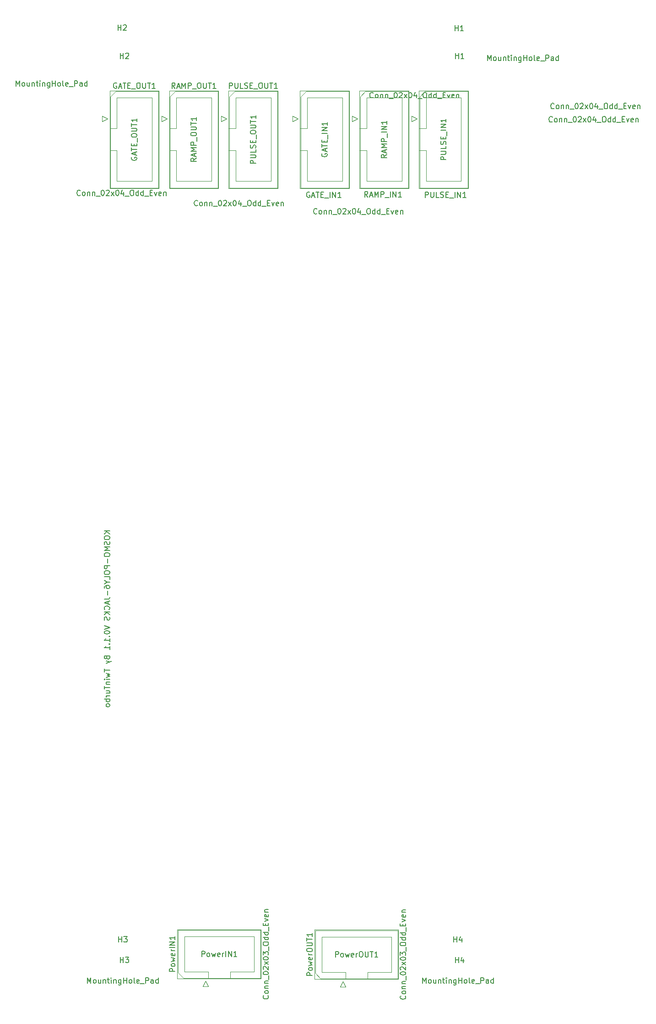
<source format=gbr>
%TF.GenerationSoftware,KiCad,Pcbnew,(5.1.7)-1*%
%TF.CreationDate,2023-03-06T21:23:01+00:00*%
%TF.ProjectId,KOSMO-POLY6-JACKS,4b4f534d-4f2d-4504-9f4c-59362d4a4143,v0.1.1*%
%TF.SameCoordinates,Original*%
%TF.FileFunction,Legend,Top*%
%TF.FilePolarity,Positive*%
%FSLAX46Y46*%
G04 Gerber Fmt 4.6, Leading zero omitted, Abs format (unit mm)*
G04 Created by KiCad (PCBNEW (5.1.7)-1) date 2023-03-06 21:23:01*
%MOMM*%
%LPD*%
G01*
G04 APERTURE LIST*
%ADD10C,0.150000*%
%ADD11C,0.100000*%
%ADD12C,0.120000*%
G04 APERTURE END LIST*
D10*
X55244380Y-107531714D02*
X54244380Y-107531714D01*
X55244380Y-108103142D02*
X54672952Y-107674571D01*
X54244380Y-108103142D02*
X54815809Y-107531714D01*
X54244380Y-108722190D02*
X54244380Y-108912666D01*
X54292000Y-109007904D01*
X54387238Y-109103142D01*
X54577714Y-109150761D01*
X54911047Y-109150761D01*
X55101523Y-109103142D01*
X55196761Y-109007904D01*
X55244380Y-108912666D01*
X55244380Y-108722190D01*
X55196761Y-108626952D01*
X55101523Y-108531714D01*
X54911047Y-108484095D01*
X54577714Y-108484095D01*
X54387238Y-108531714D01*
X54292000Y-108626952D01*
X54244380Y-108722190D01*
X55196761Y-109531714D02*
X55244380Y-109674571D01*
X55244380Y-109912666D01*
X55196761Y-110007904D01*
X55149142Y-110055523D01*
X55053904Y-110103142D01*
X54958666Y-110103142D01*
X54863428Y-110055523D01*
X54815809Y-110007904D01*
X54768190Y-109912666D01*
X54720571Y-109722190D01*
X54672952Y-109626952D01*
X54625333Y-109579333D01*
X54530095Y-109531714D01*
X54434857Y-109531714D01*
X54339619Y-109579333D01*
X54292000Y-109626952D01*
X54244380Y-109722190D01*
X54244380Y-109960285D01*
X54292000Y-110103142D01*
X55244380Y-110531714D02*
X54244380Y-110531714D01*
X54958666Y-110865047D01*
X54244380Y-111198380D01*
X55244380Y-111198380D01*
X54244380Y-111865047D02*
X54244380Y-112055523D01*
X54292000Y-112150761D01*
X54387238Y-112246000D01*
X54577714Y-112293619D01*
X54911047Y-112293619D01*
X55101523Y-112246000D01*
X55196761Y-112150761D01*
X55244380Y-112055523D01*
X55244380Y-111865047D01*
X55196761Y-111769809D01*
X55101523Y-111674571D01*
X54911047Y-111626952D01*
X54577714Y-111626952D01*
X54387238Y-111674571D01*
X54292000Y-111769809D01*
X54244380Y-111865047D01*
X54863428Y-112722190D02*
X54863428Y-113484095D01*
X55244380Y-113960285D02*
X54244380Y-113960285D01*
X54244380Y-114341238D01*
X54292000Y-114436476D01*
X54339619Y-114484095D01*
X54434857Y-114531714D01*
X54577714Y-114531714D01*
X54672952Y-114484095D01*
X54720571Y-114436476D01*
X54768190Y-114341238D01*
X54768190Y-113960285D01*
X54244380Y-115150761D02*
X54244380Y-115341238D01*
X54292000Y-115436476D01*
X54387238Y-115531714D01*
X54577714Y-115579333D01*
X54911047Y-115579333D01*
X55101523Y-115531714D01*
X55196761Y-115436476D01*
X55244380Y-115341238D01*
X55244380Y-115150761D01*
X55196761Y-115055523D01*
X55101523Y-114960285D01*
X54911047Y-114912666D01*
X54577714Y-114912666D01*
X54387238Y-114960285D01*
X54292000Y-115055523D01*
X54244380Y-115150761D01*
X55244380Y-116484095D02*
X55244380Y-116007904D01*
X54244380Y-116007904D01*
X54768190Y-117007904D02*
X55244380Y-117007904D01*
X54244380Y-116674571D02*
X54768190Y-117007904D01*
X54244380Y-117341238D01*
X54244380Y-118103142D02*
X54244380Y-117912666D01*
X54292000Y-117817428D01*
X54339619Y-117769809D01*
X54482476Y-117674571D01*
X54672952Y-117626952D01*
X55053904Y-117626952D01*
X55149142Y-117674571D01*
X55196761Y-117722190D01*
X55244380Y-117817428D01*
X55244380Y-118007904D01*
X55196761Y-118103142D01*
X55149142Y-118150761D01*
X55053904Y-118198380D01*
X54815809Y-118198380D01*
X54720571Y-118150761D01*
X54672952Y-118103142D01*
X54625333Y-118007904D01*
X54625333Y-117817428D01*
X54672952Y-117722190D01*
X54720571Y-117674571D01*
X54815809Y-117626952D01*
X54863428Y-118626952D02*
X54863428Y-119388857D01*
X54244380Y-120150761D02*
X54958666Y-120150761D01*
X55101523Y-120103142D01*
X55196761Y-120007904D01*
X55244380Y-119865047D01*
X55244380Y-119769809D01*
X54958666Y-120579333D02*
X54958666Y-121055523D01*
X55244380Y-120484095D02*
X54244380Y-120817428D01*
X55244380Y-121150761D01*
X55149142Y-122055523D02*
X55196761Y-122007904D01*
X55244380Y-121865047D01*
X55244380Y-121769809D01*
X55196761Y-121626952D01*
X55101523Y-121531714D01*
X55006285Y-121484095D01*
X54815809Y-121436476D01*
X54672952Y-121436476D01*
X54482476Y-121484095D01*
X54387238Y-121531714D01*
X54292000Y-121626952D01*
X54244380Y-121769809D01*
X54244380Y-121865047D01*
X54292000Y-122007904D01*
X54339619Y-122055523D01*
X55244380Y-122484095D02*
X54244380Y-122484095D01*
X55244380Y-123055523D02*
X54672952Y-122626952D01*
X54244380Y-123055523D02*
X54815809Y-122484095D01*
X55196761Y-123436476D02*
X55244380Y-123579333D01*
X55244380Y-123817428D01*
X55196761Y-123912666D01*
X55149142Y-123960285D01*
X55053904Y-124007904D01*
X54958666Y-124007904D01*
X54863428Y-123960285D01*
X54815809Y-123912666D01*
X54768190Y-123817428D01*
X54720571Y-123626952D01*
X54672952Y-123531714D01*
X54625333Y-123484095D01*
X54530095Y-123436476D01*
X54434857Y-123436476D01*
X54339619Y-123484095D01*
X54292000Y-123531714D01*
X54244380Y-123626952D01*
X54244380Y-123865047D01*
X54292000Y-124007904D01*
X54244380Y-125055523D02*
X55244380Y-125388857D01*
X54244380Y-125722190D01*
X54244380Y-126246000D02*
X54244380Y-126341238D01*
X54292000Y-126436476D01*
X54339619Y-126484095D01*
X54434857Y-126531714D01*
X54625333Y-126579333D01*
X54863428Y-126579333D01*
X55053904Y-126531714D01*
X55149142Y-126484095D01*
X55196761Y-126436476D01*
X55244380Y-126341238D01*
X55244380Y-126246000D01*
X55196761Y-126150761D01*
X55149142Y-126103142D01*
X55053904Y-126055523D01*
X54863428Y-126007904D01*
X54625333Y-126007904D01*
X54434857Y-126055523D01*
X54339619Y-126103142D01*
X54292000Y-126150761D01*
X54244380Y-126246000D01*
X55149142Y-127007904D02*
X55196761Y-127055523D01*
X55244380Y-127007904D01*
X55196761Y-126960285D01*
X55149142Y-127007904D01*
X55244380Y-127007904D01*
X55244380Y-128007904D02*
X55244380Y-127436476D01*
X55244380Y-127722190D02*
X54244380Y-127722190D01*
X54387238Y-127626952D01*
X54482476Y-127531714D01*
X54530095Y-127436476D01*
X55149142Y-128436476D02*
X55196761Y-128484095D01*
X55244380Y-128436476D01*
X55196761Y-128388857D01*
X55149142Y-128436476D01*
X55244380Y-128436476D01*
X55244380Y-129436476D02*
X55244380Y-128865047D01*
X55244380Y-129150761D02*
X54244380Y-129150761D01*
X54387238Y-129055523D01*
X54482476Y-128960285D01*
X54530095Y-128865047D01*
X54720571Y-130960285D02*
X54768190Y-131103142D01*
X54815809Y-131150761D01*
X54911047Y-131198380D01*
X55053904Y-131198380D01*
X55149142Y-131150761D01*
X55196761Y-131103142D01*
X55244380Y-131007904D01*
X55244380Y-130626952D01*
X54244380Y-130626952D01*
X54244380Y-130960285D01*
X54292000Y-131055523D01*
X54339619Y-131103142D01*
X54434857Y-131150761D01*
X54530095Y-131150761D01*
X54625333Y-131103142D01*
X54672952Y-131055523D01*
X54720571Y-130960285D01*
X54720571Y-130626952D01*
X54577714Y-131531714D02*
X55244380Y-131769809D01*
X54577714Y-132007904D02*
X55244380Y-131769809D01*
X55482476Y-131674571D01*
X55530095Y-131626952D01*
X55577714Y-131531714D01*
X54244380Y-133007904D02*
X54244380Y-133579333D01*
X55244380Y-133293619D02*
X54244380Y-133293619D01*
X54577714Y-133817428D02*
X55244380Y-134007904D01*
X54768190Y-134198380D01*
X55244380Y-134388857D01*
X54577714Y-134579333D01*
X55244380Y-134960285D02*
X54577714Y-134960285D01*
X54244380Y-134960285D02*
X54292000Y-134912666D01*
X54339619Y-134960285D01*
X54292000Y-135007904D01*
X54244380Y-134960285D01*
X54339619Y-134960285D01*
X54577714Y-135436476D02*
X55244380Y-135436476D01*
X54672952Y-135436476D02*
X54625333Y-135484095D01*
X54577714Y-135579333D01*
X54577714Y-135722190D01*
X54625333Y-135817428D01*
X54720571Y-135865047D01*
X55244380Y-135865047D01*
X54244380Y-136198380D02*
X54244380Y-136769809D01*
X55244380Y-136484095D02*
X54244380Y-136484095D01*
X54577714Y-137531714D02*
X55244380Y-137531714D01*
X54577714Y-137103142D02*
X55101523Y-137103142D01*
X55196761Y-137150761D01*
X55244380Y-137246000D01*
X55244380Y-137388857D01*
X55196761Y-137484095D01*
X55149142Y-137531714D01*
X55244380Y-138007904D02*
X54577714Y-138007904D01*
X54768190Y-138007904D02*
X54672952Y-138055523D01*
X54625333Y-138103142D01*
X54577714Y-138198380D01*
X54577714Y-138293619D01*
X55244380Y-138626952D02*
X54244380Y-138626952D01*
X54625333Y-138626952D02*
X54577714Y-138722190D01*
X54577714Y-138912666D01*
X54625333Y-139007904D01*
X54672952Y-139055523D01*
X54768190Y-139103142D01*
X55053904Y-139103142D01*
X55149142Y-139055523D01*
X55196761Y-139007904D01*
X55244380Y-138912666D01*
X55244380Y-138722190D01*
X55196761Y-138626952D01*
X55244380Y-139674571D02*
X55196761Y-139579333D01*
X55149142Y-139531714D01*
X55053904Y-139484095D01*
X54768190Y-139484095D01*
X54672952Y-139531714D01*
X54625333Y-139579333D01*
X54577714Y-139674571D01*
X54577714Y-139817428D01*
X54625333Y-139912666D01*
X54672952Y-139960285D01*
X54768190Y-140007904D01*
X55053904Y-140007904D01*
X55149142Y-139960285D01*
X55196761Y-139912666D01*
X55244380Y-139817428D01*
X55244380Y-139674571D01*
D11*
%TO.C,PowerOUT1*%
X94268000Y-190237000D02*
X93268000Y-189237000D01*
X93268000Y-189237000D02*
X93268000Y-181337000D01*
X93268000Y-181337000D02*
X108548000Y-181337000D01*
X108548000Y-181337000D02*
X108548000Y-190237000D01*
X108548000Y-190237000D02*
X94268000Y-190237000D01*
X98858000Y-190237000D02*
X98858000Y-189037000D01*
X98858000Y-189037000D02*
X94458000Y-189037000D01*
X94458000Y-189037000D02*
X94458000Y-182537000D01*
X94458000Y-182537000D02*
X107358000Y-182537000D01*
X107358000Y-182537000D02*
X107358000Y-189037000D01*
X107358000Y-189037000D02*
X102958000Y-189037000D01*
X102958000Y-189037000D02*
X102958000Y-189037000D01*
X102958000Y-189037000D02*
X102958000Y-190237000D01*
D12*
X93158000Y-190347000D02*
X93158000Y-181227000D01*
X93158000Y-181227000D02*
X108658000Y-181227000D01*
X108658000Y-181227000D02*
X108658000Y-190347000D01*
X108658000Y-190347000D02*
X93158000Y-190347000D01*
X98858000Y-190347000D02*
X98858000Y-189037000D01*
X98858000Y-189037000D02*
X94458000Y-189037000D01*
X94458000Y-189037000D02*
X94458000Y-182537000D01*
X94458000Y-182537000D02*
X107358000Y-182537000D01*
X107358000Y-182537000D02*
X107358000Y-189037000D01*
X107358000Y-189037000D02*
X102958000Y-189037000D01*
X102958000Y-189037000D02*
X102958000Y-189037000D01*
X102958000Y-189037000D02*
X102958000Y-190347000D01*
X98368000Y-190737000D02*
X97868000Y-191737000D01*
X97868000Y-191737000D02*
X98868000Y-191737000D01*
X98868000Y-191737000D02*
X98368000Y-190737000D01*
D11*
%TO.C,PowerIN1*%
X68873000Y-190168000D02*
X67873000Y-189168000D01*
X67873000Y-189168000D02*
X67873000Y-181268000D01*
X67873000Y-181268000D02*
X83153000Y-181268000D01*
X83153000Y-181268000D02*
X83153000Y-190168000D01*
X83153000Y-190168000D02*
X68873000Y-190168000D01*
X73463000Y-190168000D02*
X73463000Y-188968000D01*
X73463000Y-188968000D02*
X69063000Y-188968000D01*
X69063000Y-188968000D02*
X69063000Y-182468000D01*
X69063000Y-182468000D02*
X81963000Y-182468000D01*
X81963000Y-182468000D02*
X81963000Y-188968000D01*
X81963000Y-188968000D02*
X77563000Y-188968000D01*
X77563000Y-188968000D02*
X77563000Y-188968000D01*
X77563000Y-188968000D02*
X77563000Y-190168000D01*
D12*
X67763000Y-190278000D02*
X67763000Y-181158000D01*
X67763000Y-181158000D02*
X83263000Y-181158000D01*
X83263000Y-181158000D02*
X83263000Y-190278000D01*
X83263000Y-190278000D02*
X67763000Y-190278000D01*
X73463000Y-190278000D02*
X73463000Y-188968000D01*
X73463000Y-188968000D02*
X69063000Y-188968000D01*
X69063000Y-188968000D02*
X69063000Y-182468000D01*
X69063000Y-182468000D02*
X81963000Y-182468000D01*
X81963000Y-182468000D02*
X81963000Y-188968000D01*
X81963000Y-188968000D02*
X77563000Y-188968000D01*
X77563000Y-188968000D02*
X77563000Y-188968000D01*
X77563000Y-188968000D02*
X77563000Y-190278000D01*
X72973000Y-190668000D02*
X72473000Y-191668000D01*
X72473000Y-191668000D02*
X73473000Y-191668000D01*
X73473000Y-191668000D02*
X72973000Y-190668000D01*
%TO.C,RAMP_OUT1*%
X64858000Y-31935000D02*
X65858000Y-31435000D01*
X64858000Y-30935000D02*
X64858000Y-31935000D01*
X65858000Y-31435000D02*
X64858000Y-30935000D01*
X67558000Y-37295000D02*
X66248000Y-37295000D01*
X67558000Y-37295000D02*
X67558000Y-37295000D01*
X67558000Y-42965000D02*
X67558000Y-37295000D01*
X74058000Y-42965000D02*
X67558000Y-42965000D01*
X74058000Y-27525000D02*
X74058000Y-42965000D01*
X67558000Y-27525000D02*
X74058000Y-27525000D01*
X67558000Y-33195000D02*
X67558000Y-27525000D01*
X66248000Y-33195000D02*
X67558000Y-33195000D01*
X66248000Y-44265000D02*
X66248000Y-26225000D01*
X75368000Y-44265000D02*
X66248000Y-44265000D01*
X75368000Y-26225000D02*
X75368000Y-44265000D01*
X66248000Y-26225000D02*
X75368000Y-26225000D01*
D11*
X67558000Y-37295000D02*
X66358000Y-37295000D01*
X67558000Y-37295000D02*
X67558000Y-37295000D01*
X67558000Y-42965000D02*
X67558000Y-37295000D01*
X74058000Y-42965000D02*
X67558000Y-42965000D01*
X74058000Y-27525000D02*
X74058000Y-42965000D01*
X67558000Y-27525000D02*
X74058000Y-27525000D01*
X67558000Y-33195000D02*
X67558000Y-27525000D01*
X66358000Y-33195000D02*
X67558000Y-33195000D01*
X66358000Y-44155000D02*
X66358000Y-27335000D01*
X75258000Y-44155000D02*
X66358000Y-44155000D01*
X75258000Y-26335000D02*
X75258000Y-44155000D01*
X67358000Y-26335000D02*
X75258000Y-26335000D01*
X66358000Y-27335000D02*
X67358000Y-26335000D01*
D12*
%TO.C,RAMP_IN1*%
X100063000Y-31935000D02*
X101063000Y-31435000D01*
X100063000Y-30935000D02*
X100063000Y-31935000D01*
X101063000Y-31435000D02*
X100063000Y-30935000D01*
X102763000Y-37295000D02*
X101453000Y-37295000D01*
X102763000Y-37295000D02*
X102763000Y-37295000D01*
X102763000Y-42965000D02*
X102763000Y-37295000D01*
X109263000Y-42965000D02*
X102763000Y-42965000D01*
X109263000Y-27525000D02*
X109263000Y-42965000D01*
X102763000Y-27525000D02*
X109263000Y-27525000D01*
X102763000Y-33195000D02*
X102763000Y-27525000D01*
X101453000Y-33195000D02*
X102763000Y-33195000D01*
X101453000Y-44265000D02*
X101453000Y-26225000D01*
X110573000Y-44265000D02*
X101453000Y-44265000D01*
X110573000Y-26225000D02*
X110573000Y-44265000D01*
X101453000Y-26225000D02*
X110573000Y-26225000D01*
D11*
X102763000Y-37295000D02*
X101563000Y-37295000D01*
X102763000Y-37295000D02*
X102763000Y-37295000D01*
X102763000Y-42965000D02*
X102763000Y-37295000D01*
X109263000Y-42965000D02*
X102763000Y-42965000D01*
X109263000Y-27525000D02*
X109263000Y-42965000D01*
X102763000Y-27525000D02*
X109263000Y-27525000D01*
X102763000Y-33195000D02*
X102763000Y-27525000D01*
X101563000Y-33195000D02*
X102763000Y-33195000D01*
X101563000Y-44155000D02*
X101563000Y-27335000D01*
X110463000Y-44155000D02*
X101563000Y-44155000D01*
X110463000Y-26335000D02*
X110463000Y-44155000D01*
X102563000Y-26335000D02*
X110463000Y-26335000D01*
X101563000Y-27335000D02*
X102563000Y-26335000D01*
D12*
%TO.C,PULSE_OUT1*%
X75858000Y-31935000D02*
X76858000Y-31435000D01*
X75858000Y-30935000D02*
X75858000Y-31935000D01*
X76858000Y-31435000D02*
X75858000Y-30935000D01*
X78558000Y-37295000D02*
X77248000Y-37295000D01*
X78558000Y-37295000D02*
X78558000Y-37295000D01*
X78558000Y-42965000D02*
X78558000Y-37295000D01*
X85058000Y-42965000D02*
X78558000Y-42965000D01*
X85058000Y-27525000D02*
X85058000Y-42965000D01*
X78558000Y-27525000D02*
X85058000Y-27525000D01*
X78558000Y-33195000D02*
X78558000Y-27525000D01*
X77248000Y-33195000D02*
X78558000Y-33195000D01*
X77248000Y-44265000D02*
X77248000Y-26225000D01*
X86368000Y-44265000D02*
X77248000Y-44265000D01*
X86368000Y-26225000D02*
X86368000Y-44265000D01*
X77248000Y-26225000D02*
X86368000Y-26225000D01*
D11*
X78558000Y-37295000D02*
X77358000Y-37295000D01*
X78558000Y-37295000D02*
X78558000Y-37295000D01*
X78558000Y-42965000D02*
X78558000Y-37295000D01*
X85058000Y-42965000D02*
X78558000Y-42965000D01*
X85058000Y-27525000D02*
X85058000Y-42965000D01*
X78558000Y-27525000D02*
X85058000Y-27525000D01*
X78558000Y-33195000D02*
X78558000Y-27525000D01*
X77358000Y-33195000D02*
X78558000Y-33195000D01*
X77358000Y-44155000D02*
X77358000Y-27335000D01*
X86258000Y-44155000D02*
X77358000Y-44155000D01*
X86258000Y-26335000D02*
X86258000Y-44155000D01*
X78358000Y-26335000D02*
X86258000Y-26335000D01*
X77358000Y-27335000D02*
X78358000Y-26335000D01*
D12*
%TO.C,PULSE_IN1*%
X111063000Y-31935000D02*
X112063000Y-31435000D01*
X111063000Y-30935000D02*
X111063000Y-31935000D01*
X112063000Y-31435000D02*
X111063000Y-30935000D01*
X113763000Y-37295000D02*
X112453000Y-37295000D01*
X113763000Y-37295000D02*
X113763000Y-37295000D01*
X113763000Y-42965000D02*
X113763000Y-37295000D01*
X120263000Y-42965000D02*
X113763000Y-42965000D01*
X120263000Y-27525000D02*
X120263000Y-42965000D01*
X113763000Y-27525000D02*
X120263000Y-27525000D01*
X113763000Y-33195000D02*
X113763000Y-27525000D01*
X112453000Y-33195000D02*
X113763000Y-33195000D01*
X112453000Y-44265000D02*
X112453000Y-26225000D01*
X121573000Y-44265000D02*
X112453000Y-44265000D01*
X121573000Y-26225000D02*
X121573000Y-44265000D01*
X112453000Y-26225000D02*
X121573000Y-26225000D01*
D11*
X113763000Y-37295000D02*
X112563000Y-37295000D01*
X113763000Y-37295000D02*
X113763000Y-37295000D01*
X113763000Y-42965000D02*
X113763000Y-37295000D01*
X120263000Y-42965000D02*
X113763000Y-42965000D01*
X120263000Y-27525000D02*
X120263000Y-42965000D01*
X113763000Y-27525000D02*
X120263000Y-27525000D01*
X113763000Y-33195000D02*
X113763000Y-27525000D01*
X112563000Y-33195000D02*
X113763000Y-33195000D01*
X112563000Y-44155000D02*
X112563000Y-27335000D01*
X121463000Y-44155000D02*
X112563000Y-44155000D01*
X121463000Y-26335000D02*
X121463000Y-44155000D01*
X113563000Y-26335000D02*
X121463000Y-26335000D01*
X112563000Y-27335000D02*
X113563000Y-26335000D01*
D12*
%TO.C,GATE_OUT1*%
X53858000Y-31935000D02*
X54858000Y-31435000D01*
X53858000Y-30935000D02*
X53858000Y-31935000D01*
X54858000Y-31435000D02*
X53858000Y-30935000D01*
X56558000Y-37295000D02*
X55248000Y-37295000D01*
X56558000Y-37295000D02*
X56558000Y-37295000D01*
X56558000Y-42965000D02*
X56558000Y-37295000D01*
X63058000Y-42965000D02*
X56558000Y-42965000D01*
X63058000Y-27525000D02*
X63058000Y-42965000D01*
X56558000Y-27525000D02*
X63058000Y-27525000D01*
X56558000Y-33195000D02*
X56558000Y-27525000D01*
X55248000Y-33195000D02*
X56558000Y-33195000D01*
X55248000Y-44265000D02*
X55248000Y-26225000D01*
X64368000Y-44265000D02*
X55248000Y-44265000D01*
X64368000Y-26225000D02*
X64368000Y-44265000D01*
X55248000Y-26225000D02*
X64368000Y-26225000D01*
D11*
X56558000Y-37295000D02*
X55358000Y-37295000D01*
X56558000Y-37295000D02*
X56558000Y-37295000D01*
X56558000Y-42965000D02*
X56558000Y-37295000D01*
X63058000Y-42965000D02*
X56558000Y-42965000D01*
X63058000Y-27525000D02*
X63058000Y-42965000D01*
X56558000Y-27525000D02*
X63058000Y-27525000D01*
X56558000Y-33195000D02*
X56558000Y-27525000D01*
X55358000Y-33195000D02*
X56558000Y-33195000D01*
X55358000Y-44155000D02*
X55358000Y-27335000D01*
X64258000Y-44155000D02*
X55358000Y-44155000D01*
X64258000Y-26335000D02*
X64258000Y-44155000D01*
X56358000Y-26335000D02*
X64258000Y-26335000D01*
X55358000Y-27335000D02*
X56358000Y-26335000D01*
D12*
%TO.C,GATE_IN1*%
X89063000Y-31935000D02*
X90063000Y-31435000D01*
X89063000Y-30935000D02*
X89063000Y-31935000D01*
X90063000Y-31435000D02*
X89063000Y-30935000D01*
X91763000Y-37295000D02*
X90453000Y-37295000D01*
X91763000Y-37295000D02*
X91763000Y-37295000D01*
X91763000Y-42965000D02*
X91763000Y-37295000D01*
X98263000Y-42965000D02*
X91763000Y-42965000D01*
X98263000Y-27525000D02*
X98263000Y-42965000D01*
X91763000Y-27525000D02*
X98263000Y-27525000D01*
X91763000Y-33195000D02*
X91763000Y-27525000D01*
X90453000Y-33195000D02*
X91763000Y-33195000D01*
X90453000Y-44265000D02*
X90453000Y-26225000D01*
X99573000Y-44265000D02*
X90453000Y-44265000D01*
X99573000Y-26225000D02*
X99573000Y-44265000D01*
X90453000Y-26225000D02*
X99573000Y-26225000D01*
D11*
X91763000Y-37295000D02*
X90563000Y-37295000D01*
X91763000Y-37295000D02*
X91763000Y-37295000D01*
X91763000Y-42965000D02*
X91763000Y-37295000D01*
X98263000Y-42965000D02*
X91763000Y-42965000D01*
X98263000Y-27525000D02*
X98263000Y-42965000D01*
X91763000Y-27525000D02*
X98263000Y-27525000D01*
X91763000Y-33195000D02*
X91763000Y-27525000D01*
X90563000Y-33195000D02*
X91763000Y-33195000D01*
X90563000Y-44155000D02*
X90563000Y-27335000D01*
X99463000Y-44155000D02*
X90563000Y-44155000D01*
X99463000Y-26335000D02*
X99463000Y-44155000D01*
X91563000Y-26335000D02*
X99463000Y-26335000D01*
X90563000Y-27335000D02*
X91563000Y-26335000D01*
%TO.C,H2*%
D10*
X56778095Y-15054380D02*
X56778095Y-14054380D01*
X56778095Y-14530571D02*
X57349523Y-14530571D01*
X57349523Y-15054380D02*
X57349523Y-14054380D01*
X57778095Y-14149619D02*
X57825714Y-14102000D01*
X57920952Y-14054380D01*
X58159047Y-14054380D01*
X58254285Y-14102000D01*
X58301904Y-14149619D01*
X58349523Y-14244857D01*
X58349523Y-14340095D01*
X58301904Y-14482952D01*
X57730476Y-15054380D01*
X58349523Y-15054380D01*
X37926571Y-25388380D02*
X37926571Y-24388380D01*
X38259904Y-25102666D01*
X38593238Y-24388380D01*
X38593238Y-25388380D01*
X39212285Y-25388380D02*
X39117047Y-25340761D01*
X39069428Y-25293142D01*
X39021809Y-25197904D01*
X39021809Y-24912190D01*
X39069428Y-24816952D01*
X39117047Y-24769333D01*
X39212285Y-24721714D01*
X39355142Y-24721714D01*
X39450380Y-24769333D01*
X39497999Y-24816952D01*
X39545619Y-24912190D01*
X39545619Y-25197904D01*
X39497999Y-25293142D01*
X39450380Y-25340761D01*
X39355142Y-25388380D01*
X39212285Y-25388380D01*
X40402761Y-24721714D02*
X40402761Y-25388380D01*
X39974190Y-24721714D02*
X39974190Y-25245523D01*
X40021809Y-25340761D01*
X40117047Y-25388380D01*
X40259904Y-25388380D01*
X40355142Y-25340761D01*
X40402761Y-25293142D01*
X40878952Y-24721714D02*
X40878952Y-25388380D01*
X40878952Y-24816952D02*
X40926571Y-24769333D01*
X41021809Y-24721714D01*
X41164666Y-24721714D01*
X41259904Y-24769333D01*
X41307523Y-24864571D01*
X41307523Y-25388380D01*
X41640857Y-24721714D02*
X42021809Y-24721714D01*
X41783714Y-24388380D02*
X41783714Y-25245523D01*
X41831333Y-25340761D01*
X41926571Y-25388380D01*
X42021809Y-25388380D01*
X42355142Y-25388380D02*
X42355142Y-24721714D01*
X42355142Y-24388380D02*
X42307523Y-24436000D01*
X42355142Y-24483619D01*
X42402761Y-24436000D01*
X42355142Y-24388380D01*
X42355142Y-24483619D01*
X42831333Y-24721714D02*
X42831333Y-25388380D01*
X42831333Y-24816952D02*
X42878952Y-24769333D01*
X42974190Y-24721714D01*
X43117047Y-24721714D01*
X43212285Y-24769333D01*
X43259904Y-24864571D01*
X43259904Y-25388380D01*
X44164666Y-24721714D02*
X44164666Y-25531238D01*
X44117047Y-25626476D01*
X44069428Y-25674095D01*
X43974190Y-25721714D01*
X43831333Y-25721714D01*
X43736095Y-25674095D01*
X44164666Y-25340761D02*
X44069428Y-25388380D01*
X43878952Y-25388380D01*
X43783714Y-25340761D01*
X43736095Y-25293142D01*
X43688476Y-25197904D01*
X43688476Y-24912190D01*
X43736095Y-24816952D01*
X43783714Y-24769333D01*
X43878952Y-24721714D01*
X44069428Y-24721714D01*
X44164666Y-24769333D01*
X44640857Y-25388380D02*
X44640857Y-24388380D01*
X44640857Y-24864571D02*
X45212285Y-24864571D01*
X45212285Y-25388380D02*
X45212285Y-24388380D01*
X45831333Y-25388380D02*
X45736095Y-25340761D01*
X45688476Y-25293142D01*
X45640857Y-25197904D01*
X45640857Y-24912190D01*
X45688476Y-24816952D01*
X45736095Y-24769333D01*
X45831333Y-24721714D01*
X45974190Y-24721714D01*
X46069428Y-24769333D01*
X46117047Y-24816952D01*
X46164666Y-24912190D01*
X46164666Y-25197904D01*
X46117047Y-25293142D01*
X46069428Y-25340761D01*
X45974190Y-25388380D01*
X45831333Y-25388380D01*
X46736095Y-25388380D02*
X46640857Y-25340761D01*
X46593238Y-25245523D01*
X46593238Y-24388380D01*
X47497999Y-25340761D02*
X47402761Y-25388380D01*
X47212285Y-25388380D01*
X47117047Y-25340761D01*
X47069428Y-25245523D01*
X47069428Y-24864571D01*
X47117047Y-24769333D01*
X47212285Y-24721714D01*
X47402761Y-24721714D01*
X47497999Y-24769333D01*
X47545619Y-24864571D01*
X47545619Y-24959809D01*
X47069428Y-25055047D01*
X47736095Y-25483619D02*
X48497999Y-25483619D01*
X48736095Y-25388380D02*
X48736095Y-24388380D01*
X49117047Y-24388380D01*
X49212285Y-24436000D01*
X49259904Y-24483619D01*
X49307523Y-24578857D01*
X49307523Y-24721714D01*
X49259904Y-24816952D01*
X49212285Y-24864571D01*
X49117047Y-24912190D01*
X48736095Y-24912190D01*
X50164666Y-25388380D02*
X50164666Y-24864571D01*
X50117047Y-24769333D01*
X50021809Y-24721714D01*
X49831333Y-24721714D01*
X49736095Y-24769333D01*
X50164666Y-25340761D02*
X50069428Y-25388380D01*
X49831333Y-25388380D01*
X49736095Y-25340761D01*
X49688476Y-25245523D01*
X49688476Y-25150285D01*
X49736095Y-25055047D01*
X49831333Y-25007428D01*
X50069428Y-25007428D01*
X50164666Y-24959809D01*
X51069428Y-25388380D02*
X51069428Y-24388380D01*
X51069428Y-25340761D02*
X50974190Y-25388380D01*
X50783714Y-25388380D01*
X50688476Y-25340761D01*
X50640857Y-25293142D01*
X50593238Y-25197904D01*
X50593238Y-24912190D01*
X50640857Y-24816952D01*
X50688476Y-24769333D01*
X50783714Y-24721714D01*
X50974190Y-24721714D01*
X51069428Y-24769333D01*
X57195095Y-20289380D02*
X57195095Y-19289380D01*
X57195095Y-19765571D02*
X57766523Y-19765571D01*
X57766523Y-20289380D02*
X57766523Y-19289380D01*
X58195095Y-19384619D02*
X58242714Y-19337000D01*
X58337952Y-19289380D01*
X58576047Y-19289380D01*
X58671285Y-19337000D01*
X58718904Y-19384619D01*
X58766523Y-19479857D01*
X58766523Y-19575095D01*
X58718904Y-19717952D01*
X58147476Y-20289380D01*
X58766523Y-20289380D01*
%TO.C,PowerOUT1*%
X92720380Y-189667952D02*
X91720380Y-189667952D01*
X91720380Y-189287000D01*
X91768000Y-189191761D01*
X91815619Y-189144142D01*
X91910857Y-189096523D01*
X92053714Y-189096523D01*
X92148952Y-189144142D01*
X92196571Y-189191761D01*
X92244190Y-189287000D01*
X92244190Y-189667952D01*
X92720380Y-188525095D02*
X92672761Y-188620333D01*
X92625142Y-188667952D01*
X92529904Y-188715571D01*
X92244190Y-188715571D01*
X92148952Y-188667952D01*
X92101333Y-188620333D01*
X92053714Y-188525095D01*
X92053714Y-188382238D01*
X92101333Y-188287000D01*
X92148952Y-188239380D01*
X92244190Y-188191761D01*
X92529904Y-188191761D01*
X92625142Y-188239380D01*
X92672761Y-188287000D01*
X92720380Y-188382238D01*
X92720380Y-188525095D01*
X92053714Y-187858428D02*
X92720380Y-187667952D01*
X92244190Y-187477476D01*
X92720380Y-187287000D01*
X92053714Y-187096523D01*
X92672761Y-186334619D02*
X92720380Y-186429857D01*
X92720380Y-186620333D01*
X92672761Y-186715571D01*
X92577523Y-186763190D01*
X92196571Y-186763190D01*
X92101333Y-186715571D01*
X92053714Y-186620333D01*
X92053714Y-186429857D01*
X92101333Y-186334619D01*
X92196571Y-186287000D01*
X92291809Y-186287000D01*
X92387047Y-186763190D01*
X92720380Y-185858428D02*
X92053714Y-185858428D01*
X92244190Y-185858428D02*
X92148952Y-185810809D01*
X92101333Y-185763190D01*
X92053714Y-185667952D01*
X92053714Y-185572714D01*
X91720380Y-185048904D02*
X91720380Y-184858428D01*
X91768000Y-184763190D01*
X91863238Y-184667952D01*
X92053714Y-184620333D01*
X92387047Y-184620333D01*
X92577523Y-184667952D01*
X92672761Y-184763190D01*
X92720380Y-184858428D01*
X92720380Y-185048904D01*
X92672761Y-185144142D01*
X92577523Y-185239380D01*
X92387047Y-185287000D01*
X92053714Y-185287000D01*
X91863238Y-185239380D01*
X91768000Y-185144142D01*
X91720380Y-185048904D01*
X91720380Y-184191761D02*
X92529904Y-184191761D01*
X92625142Y-184144142D01*
X92672761Y-184096523D01*
X92720380Y-184001285D01*
X92720380Y-183810809D01*
X92672761Y-183715571D01*
X92625142Y-183667952D01*
X92529904Y-183620333D01*
X91720380Y-183620333D01*
X91720380Y-183287000D02*
X91720380Y-182715571D01*
X92720380Y-183001285D02*
X91720380Y-183001285D01*
X92720380Y-181858428D02*
X92720380Y-182429857D01*
X92720380Y-182144142D02*
X91720380Y-182144142D01*
X91863238Y-182239380D01*
X91958476Y-182334619D01*
X92006095Y-182429857D01*
X109905142Y-193429857D02*
X109952761Y-193477476D01*
X110000380Y-193620333D01*
X110000380Y-193715571D01*
X109952761Y-193858428D01*
X109857523Y-193953666D01*
X109762285Y-194001285D01*
X109571809Y-194048904D01*
X109428952Y-194048904D01*
X109238476Y-194001285D01*
X109143238Y-193953666D01*
X109048000Y-193858428D01*
X109000380Y-193715571D01*
X109000380Y-193620333D01*
X109048000Y-193477476D01*
X109095619Y-193429857D01*
X110000380Y-192858428D02*
X109952761Y-192953666D01*
X109905142Y-193001285D01*
X109809904Y-193048904D01*
X109524190Y-193048904D01*
X109428952Y-193001285D01*
X109381333Y-192953666D01*
X109333714Y-192858428D01*
X109333714Y-192715571D01*
X109381333Y-192620333D01*
X109428952Y-192572714D01*
X109524190Y-192525095D01*
X109809904Y-192525095D01*
X109905142Y-192572714D01*
X109952761Y-192620333D01*
X110000380Y-192715571D01*
X110000380Y-192858428D01*
X109333714Y-192096523D02*
X110000380Y-192096523D01*
X109428952Y-192096523D02*
X109381333Y-192048904D01*
X109333714Y-191953666D01*
X109333714Y-191810809D01*
X109381333Y-191715571D01*
X109476571Y-191667952D01*
X110000380Y-191667952D01*
X109333714Y-191191761D02*
X110000380Y-191191761D01*
X109428952Y-191191761D02*
X109381333Y-191144142D01*
X109333714Y-191048904D01*
X109333714Y-190906047D01*
X109381333Y-190810809D01*
X109476571Y-190763190D01*
X110000380Y-190763190D01*
X110095619Y-190525095D02*
X110095619Y-189763190D01*
X109000380Y-189334619D02*
X109000380Y-189239380D01*
X109048000Y-189144142D01*
X109095619Y-189096523D01*
X109190857Y-189048904D01*
X109381333Y-189001285D01*
X109619428Y-189001285D01*
X109809904Y-189048904D01*
X109905142Y-189096523D01*
X109952761Y-189144142D01*
X110000380Y-189239380D01*
X110000380Y-189334619D01*
X109952761Y-189429857D01*
X109905142Y-189477476D01*
X109809904Y-189525095D01*
X109619428Y-189572714D01*
X109381333Y-189572714D01*
X109190857Y-189525095D01*
X109095619Y-189477476D01*
X109048000Y-189429857D01*
X109000380Y-189334619D01*
X109095619Y-188620333D02*
X109048000Y-188572714D01*
X109000380Y-188477476D01*
X109000380Y-188239380D01*
X109048000Y-188144142D01*
X109095619Y-188096523D01*
X109190857Y-188048904D01*
X109286095Y-188048904D01*
X109428952Y-188096523D01*
X110000380Y-188667952D01*
X110000380Y-188048904D01*
X110000380Y-187715571D02*
X109333714Y-187191761D01*
X109333714Y-187715571D02*
X110000380Y-187191761D01*
X109000380Y-186620333D02*
X109000380Y-186525095D01*
X109048000Y-186429857D01*
X109095619Y-186382238D01*
X109190857Y-186334619D01*
X109381333Y-186287000D01*
X109619428Y-186287000D01*
X109809904Y-186334619D01*
X109905142Y-186382238D01*
X109952761Y-186429857D01*
X110000380Y-186525095D01*
X110000380Y-186620333D01*
X109952761Y-186715571D01*
X109905142Y-186763190D01*
X109809904Y-186810809D01*
X109619428Y-186858428D01*
X109381333Y-186858428D01*
X109190857Y-186810809D01*
X109095619Y-186763190D01*
X109048000Y-186715571D01*
X109000380Y-186620333D01*
X109000380Y-185953666D02*
X109000380Y-185334619D01*
X109381333Y-185667952D01*
X109381333Y-185525095D01*
X109428952Y-185429857D01*
X109476571Y-185382238D01*
X109571809Y-185334619D01*
X109809904Y-185334619D01*
X109905142Y-185382238D01*
X109952761Y-185429857D01*
X110000380Y-185525095D01*
X110000380Y-185810809D01*
X109952761Y-185906047D01*
X109905142Y-185953666D01*
X110095619Y-185144142D02*
X110095619Y-184382238D01*
X109000380Y-183953666D02*
X109000380Y-183763190D01*
X109048000Y-183667952D01*
X109143238Y-183572714D01*
X109333714Y-183525095D01*
X109667047Y-183525095D01*
X109857523Y-183572714D01*
X109952761Y-183667952D01*
X110000380Y-183763190D01*
X110000380Y-183953666D01*
X109952761Y-184048904D01*
X109857523Y-184144142D01*
X109667047Y-184191761D01*
X109333714Y-184191761D01*
X109143238Y-184144142D01*
X109048000Y-184048904D01*
X109000380Y-183953666D01*
X110000380Y-182667952D02*
X109000380Y-182667952D01*
X109952761Y-182667952D02*
X110000380Y-182763190D01*
X110000380Y-182953666D01*
X109952761Y-183048904D01*
X109905142Y-183096523D01*
X109809904Y-183144142D01*
X109524190Y-183144142D01*
X109428952Y-183096523D01*
X109381333Y-183048904D01*
X109333714Y-182953666D01*
X109333714Y-182763190D01*
X109381333Y-182667952D01*
X110000380Y-181763190D02*
X109000380Y-181763190D01*
X109952761Y-181763190D02*
X110000380Y-181858428D01*
X110000380Y-182048904D01*
X109952761Y-182144142D01*
X109905142Y-182191761D01*
X109809904Y-182239380D01*
X109524190Y-182239380D01*
X109428952Y-182191761D01*
X109381333Y-182144142D01*
X109333714Y-182048904D01*
X109333714Y-181858428D01*
X109381333Y-181763190D01*
X110095619Y-181525095D02*
X110095619Y-180763190D01*
X109476571Y-180525095D02*
X109476571Y-180191761D01*
X110000380Y-180048904D02*
X110000380Y-180525095D01*
X109000380Y-180525095D01*
X109000380Y-180048904D01*
X109333714Y-179715571D02*
X110000380Y-179477476D01*
X109333714Y-179239380D01*
X109952761Y-178477476D02*
X110000380Y-178572714D01*
X110000380Y-178763190D01*
X109952761Y-178858428D01*
X109857523Y-178906047D01*
X109476571Y-178906047D01*
X109381333Y-178858428D01*
X109333714Y-178763190D01*
X109333714Y-178572714D01*
X109381333Y-178477476D01*
X109476571Y-178429857D01*
X109571809Y-178429857D01*
X109667047Y-178906047D01*
X109333714Y-178001285D02*
X110000380Y-178001285D01*
X109428952Y-178001285D02*
X109381333Y-177953666D01*
X109333714Y-177858428D01*
X109333714Y-177715571D01*
X109381333Y-177620333D01*
X109476571Y-177572714D01*
X110000380Y-177572714D01*
X97027047Y-186239380D02*
X97027047Y-185239380D01*
X97408000Y-185239380D01*
X97503238Y-185287000D01*
X97550857Y-185334619D01*
X97598476Y-185429857D01*
X97598476Y-185572714D01*
X97550857Y-185667952D01*
X97503238Y-185715571D01*
X97408000Y-185763190D01*
X97027047Y-185763190D01*
X98169904Y-186239380D02*
X98074666Y-186191761D01*
X98027047Y-186144142D01*
X97979428Y-186048904D01*
X97979428Y-185763190D01*
X98027047Y-185667952D01*
X98074666Y-185620333D01*
X98169904Y-185572714D01*
X98312761Y-185572714D01*
X98408000Y-185620333D01*
X98455619Y-185667952D01*
X98503238Y-185763190D01*
X98503238Y-186048904D01*
X98455619Y-186144142D01*
X98408000Y-186191761D01*
X98312761Y-186239380D01*
X98169904Y-186239380D01*
X98836571Y-185572714D02*
X99027047Y-186239380D01*
X99217523Y-185763190D01*
X99408000Y-186239380D01*
X99598476Y-185572714D01*
X100360380Y-186191761D02*
X100265142Y-186239380D01*
X100074666Y-186239380D01*
X99979428Y-186191761D01*
X99931809Y-186096523D01*
X99931809Y-185715571D01*
X99979428Y-185620333D01*
X100074666Y-185572714D01*
X100265142Y-185572714D01*
X100360380Y-185620333D01*
X100408000Y-185715571D01*
X100408000Y-185810809D01*
X99931809Y-185906047D01*
X100836571Y-186239380D02*
X100836571Y-185572714D01*
X100836571Y-185763190D02*
X100884190Y-185667952D01*
X100931809Y-185620333D01*
X101027047Y-185572714D01*
X101122285Y-185572714D01*
X101646095Y-185239380D02*
X101836571Y-185239380D01*
X101931809Y-185287000D01*
X102027047Y-185382238D01*
X102074666Y-185572714D01*
X102074666Y-185906047D01*
X102027047Y-186096523D01*
X101931809Y-186191761D01*
X101836571Y-186239380D01*
X101646095Y-186239380D01*
X101550857Y-186191761D01*
X101455619Y-186096523D01*
X101408000Y-185906047D01*
X101408000Y-185572714D01*
X101455619Y-185382238D01*
X101550857Y-185287000D01*
X101646095Y-185239380D01*
X102503238Y-185239380D02*
X102503238Y-186048904D01*
X102550857Y-186144142D01*
X102598476Y-186191761D01*
X102693714Y-186239380D01*
X102884190Y-186239380D01*
X102979428Y-186191761D01*
X103027047Y-186144142D01*
X103074666Y-186048904D01*
X103074666Y-185239380D01*
X103408000Y-185239380D02*
X103979428Y-185239380D01*
X103693714Y-186239380D02*
X103693714Y-185239380D01*
X104836571Y-186239380D02*
X104265142Y-186239380D01*
X104550857Y-186239380D02*
X104550857Y-185239380D01*
X104455619Y-185382238D01*
X104360380Y-185477476D01*
X104265142Y-185525095D01*
%TO.C,PowerIN1*%
X67325380Y-188932285D02*
X66325380Y-188932285D01*
X66325380Y-188551333D01*
X66373000Y-188456095D01*
X66420619Y-188408476D01*
X66515857Y-188360857D01*
X66658714Y-188360857D01*
X66753952Y-188408476D01*
X66801571Y-188456095D01*
X66849190Y-188551333D01*
X66849190Y-188932285D01*
X67325380Y-187789428D02*
X67277761Y-187884666D01*
X67230142Y-187932285D01*
X67134904Y-187979904D01*
X66849190Y-187979904D01*
X66753952Y-187932285D01*
X66706333Y-187884666D01*
X66658714Y-187789428D01*
X66658714Y-187646571D01*
X66706333Y-187551333D01*
X66753952Y-187503714D01*
X66849190Y-187456095D01*
X67134904Y-187456095D01*
X67230142Y-187503714D01*
X67277761Y-187551333D01*
X67325380Y-187646571D01*
X67325380Y-187789428D01*
X66658714Y-187122761D02*
X67325380Y-186932285D01*
X66849190Y-186741809D01*
X67325380Y-186551333D01*
X66658714Y-186360857D01*
X67277761Y-185598952D02*
X67325380Y-185694190D01*
X67325380Y-185884666D01*
X67277761Y-185979904D01*
X67182523Y-186027523D01*
X66801571Y-186027523D01*
X66706333Y-185979904D01*
X66658714Y-185884666D01*
X66658714Y-185694190D01*
X66706333Y-185598952D01*
X66801571Y-185551333D01*
X66896809Y-185551333D01*
X66992047Y-186027523D01*
X67325380Y-185122761D02*
X66658714Y-185122761D01*
X66849190Y-185122761D02*
X66753952Y-185075142D01*
X66706333Y-185027523D01*
X66658714Y-184932285D01*
X66658714Y-184837047D01*
X67325380Y-184503714D02*
X66325380Y-184503714D01*
X67325380Y-184027523D02*
X66325380Y-184027523D01*
X67325380Y-183456095D01*
X66325380Y-183456095D01*
X67325380Y-182456095D02*
X67325380Y-183027523D01*
X67325380Y-182741809D02*
X66325380Y-182741809D01*
X66468238Y-182837047D01*
X66563476Y-182932285D01*
X66611095Y-183027523D01*
X84510142Y-193360857D02*
X84557761Y-193408476D01*
X84605380Y-193551333D01*
X84605380Y-193646571D01*
X84557761Y-193789428D01*
X84462523Y-193884666D01*
X84367285Y-193932285D01*
X84176809Y-193979904D01*
X84033952Y-193979904D01*
X83843476Y-193932285D01*
X83748238Y-193884666D01*
X83653000Y-193789428D01*
X83605380Y-193646571D01*
X83605380Y-193551333D01*
X83653000Y-193408476D01*
X83700619Y-193360857D01*
X84605380Y-192789428D02*
X84557761Y-192884666D01*
X84510142Y-192932285D01*
X84414904Y-192979904D01*
X84129190Y-192979904D01*
X84033952Y-192932285D01*
X83986333Y-192884666D01*
X83938714Y-192789428D01*
X83938714Y-192646571D01*
X83986333Y-192551333D01*
X84033952Y-192503714D01*
X84129190Y-192456095D01*
X84414904Y-192456095D01*
X84510142Y-192503714D01*
X84557761Y-192551333D01*
X84605380Y-192646571D01*
X84605380Y-192789428D01*
X83938714Y-192027523D02*
X84605380Y-192027523D01*
X84033952Y-192027523D02*
X83986333Y-191979904D01*
X83938714Y-191884666D01*
X83938714Y-191741809D01*
X83986333Y-191646571D01*
X84081571Y-191598952D01*
X84605380Y-191598952D01*
X83938714Y-191122761D02*
X84605380Y-191122761D01*
X84033952Y-191122761D02*
X83986333Y-191075142D01*
X83938714Y-190979904D01*
X83938714Y-190837047D01*
X83986333Y-190741809D01*
X84081571Y-190694190D01*
X84605380Y-190694190D01*
X84700619Y-190456095D02*
X84700619Y-189694190D01*
X83605380Y-189265619D02*
X83605380Y-189170380D01*
X83653000Y-189075142D01*
X83700619Y-189027523D01*
X83795857Y-188979904D01*
X83986333Y-188932285D01*
X84224428Y-188932285D01*
X84414904Y-188979904D01*
X84510142Y-189027523D01*
X84557761Y-189075142D01*
X84605380Y-189170380D01*
X84605380Y-189265619D01*
X84557761Y-189360857D01*
X84510142Y-189408476D01*
X84414904Y-189456095D01*
X84224428Y-189503714D01*
X83986333Y-189503714D01*
X83795857Y-189456095D01*
X83700619Y-189408476D01*
X83653000Y-189360857D01*
X83605380Y-189265619D01*
X83700619Y-188551333D02*
X83653000Y-188503714D01*
X83605380Y-188408476D01*
X83605380Y-188170380D01*
X83653000Y-188075142D01*
X83700619Y-188027523D01*
X83795857Y-187979904D01*
X83891095Y-187979904D01*
X84033952Y-188027523D01*
X84605380Y-188598952D01*
X84605380Y-187979904D01*
X84605380Y-187646571D02*
X83938714Y-187122761D01*
X83938714Y-187646571D02*
X84605380Y-187122761D01*
X83605380Y-186551333D02*
X83605380Y-186456095D01*
X83653000Y-186360857D01*
X83700619Y-186313238D01*
X83795857Y-186265619D01*
X83986333Y-186218000D01*
X84224428Y-186218000D01*
X84414904Y-186265619D01*
X84510142Y-186313238D01*
X84557761Y-186360857D01*
X84605380Y-186456095D01*
X84605380Y-186551333D01*
X84557761Y-186646571D01*
X84510142Y-186694190D01*
X84414904Y-186741809D01*
X84224428Y-186789428D01*
X83986333Y-186789428D01*
X83795857Y-186741809D01*
X83700619Y-186694190D01*
X83653000Y-186646571D01*
X83605380Y-186551333D01*
X83605380Y-185884666D02*
X83605380Y-185265619D01*
X83986333Y-185598952D01*
X83986333Y-185456095D01*
X84033952Y-185360857D01*
X84081571Y-185313238D01*
X84176809Y-185265619D01*
X84414904Y-185265619D01*
X84510142Y-185313238D01*
X84557761Y-185360857D01*
X84605380Y-185456095D01*
X84605380Y-185741809D01*
X84557761Y-185837047D01*
X84510142Y-185884666D01*
X84700619Y-185075142D02*
X84700619Y-184313238D01*
X83605380Y-183884666D02*
X83605380Y-183694190D01*
X83653000Y-183598952D01*
X83748238Y-183503714D01*
X83938714Y-183456095D01*
X84272047Y-183456095D01*
X84462523Y-183503714D01*
X84557761Y-183598952D01*
X84605380Y-183694190D01*
X84605380Y-183884666D01*
X84557761Y-183979904D01*
X84462523Y-184075142D01*
X84272047Y-184122761D01*
X83938714Y-184122761D01*
X83748238Y-184075142D01*
X83653000Y-183979904D01*
X83605380Y-183884666D01*
X84605380Y-182598952D02*
X83605380Y-182598952D01*
X84557761Y-182598952D02*
X84605380Y-182694190D01*
X84605380Y-182884666D01*
X84557761Y-182979904D01*
X84510142Y-183027523D01*
X84414904Y-183075142D01*
X84129190Y-183075142D01*
X84033952Y-183027523D01*
X83986333Y-182979904D01*
X83938714Y-182884666D01*
X83938714Y-182694190D01*
X83986333Y-182598952D01*
X84605380Y-181694190D02*
X83605380Y-181694190D01*
X84557761Y-181694190D02*
X84605380Y-181789428D01*
X84605380Y-181979904D01*
X84557761Y-182075142D01*
X84510142Y-182122761D01*
X84414904Y-182170380D01*
X84129190Y-182170380D01*
X84033952Y-182122761D01*
X83986333Y-182075142D01*
X83938714Y-181979904D01*
X83938714Y-181789428D01*
X83986333Y-181694190D01*
X84700619Y-181456095D02*
X84700619Y-180694190D01*
X84081571Y-180456095D02*
X84081571Y-180122761D01*
X84605380Y-179979904D02*
X84605380Y-180456095D01*
X83605380Y-180456095D01*
X83605380Y-179979904D01*
X83938714Y-179646571D02*
X84605380Y-179408476D01*
X83938714Y-179170380D01*
X84557761Y-178408476D02*
X84605380Y-178503714D01*
X84605380Y-178694190D01*
X84557761Y-178789428D01*
X84462523Y-178837047D01*
X84081571Y-178837047D01*
X83986333Y-178789428D01*
X83938714Y-178694190D01*
X83938714Y-178503714D01*
X83986333Y-178408476D01*
X84081571Y-178360857D01*
X84176809Y-178360857D01*
X84272047Y-178837047D01*
X83938714Y-177932285D02*
X84605380Y-177932285D01*
X84033952Y-177932285D02*
X83986333Y-177884666D01*
X83938714Y-177789428D01*
X83938714Y-177646571D01*
X83986333Y-177551333D01*
X84081571Y-177503714D01*
X84605380Y-177503714D01*
X72298714Y-186170380D02*
X72298714Y-185170380D01*
X72679666Y-185170380D01*
X72774904Y-185218000D01*
X72822523Y-185265619D01*
X72870142Y-185360857D01*
X72870142Y-185503714D01*
X72822523Y-185598952D01*
X72774904Y-185646571D01*
X72679666Y-185694190D01*
X72298714Y-185694190D01*
X73441571Y-186170380D02*
X73346333Y-186122761D01*
X73298714Y-186075142D01*
X73251095Y-185979904D01*
X73251095Y-185694190D01*
X73298714Y-185598952D01*
X73346333Y-185551333D01*
X73441571Y-185503714D01*
X73584428Y-185503714D01*
X73679666Y-185551333D01*
X73727285Y-185598952D01*
X73774904Y-185694190D01*
X73774904Y-185979904D01*
X73727285Y-186075142D01*
X73679666Y-186122761D01*
X73584428Y-186170380D01*
X73441571Y-186170380D01*
X74108238Y-185503714D02*
X74298714Y-186170380D01*
X74489190Y-185694190D01*
X74679666Y-186170380D01*
X74870142Y-185503714D01*
X75632047Y-186122761D02*
X75536809Y-186170380D01*
X75346333Y-186170380D01*
X75251095Y-186122761D01*
X75203476Y-186027523D01*
X75203476Y-185646571D01*
X75251095Y-185551333D01*
X75346333Y-185503714D01*
X75536809Y-185503714D01*
X75632047Y-185551333D01*
X75679666Y-185646571D01*
X75679666Y-185741809D01*
X75203476Y-185837047D01*
X76108238Y-186170380D02*
X76108238Y-185503714D01*
X76108238Y-185694190D02*
X76155857Y-185598952D01*
X76203476Y-185551333D01*
X76298714Y-185503714D01*
X76393952Y-185503714D01*
X76727285Y-186170380D02*
X76727285Y-185170380D01*
X77203476Y-186170380D02*
X77203476Y-185170380D01*
X77774904Y-186170380D01*
X77774904Y-185170380D01*
X78774904Y-186170380D02*
X78203476Y-186170380D01*
X78489190Y-186170380D02*
X78489190Y-185170380D01*
X78393952Y-185313238D01*
X78298714Y-185408476D01*
X78203476Y-185456095D01*
%TO.C,H4*%
X118893095Y-183481380D02*
X118893095Y-182481380D01*
X118893095Y-182957571D02*
X119464523Y-182957571D01*
X119464523Y-183481380D02*
X119464523Y-182481380D01*
X120369285Y-182814714D02*
X120369285Y-183481380D01*
X120131190Y-182433761D02*
X119893095Y-183148047D01*
X120512142Y-183148047D01*
X113083571Y-191081380D02*
X113083571Y-190081380D01*
X113416904Y-190795666D01*
X113750238Y-190081380D01*
X113750238Y-191081380D01*
X114369285Y-191081380D02*
X114274047Y-191033761D01*
X114226428Y-190986142D01*
X114178809Y-190890904D01*
X114178809Y-190605190D01*
X114226428Y-190509952D01*
X114274047Y-190462333D01*
X114369285Y-190414714D01*
X114512142Y-190414714D01*
X114607380Y-190462333D01*
X114655000Y-190509952D01*
X114702619Y-190605190D01*
X114702619Y-190890904D01*
X114655000Y-190986142D01*
X114607380Y-191033761D01*
X114512142Y-191081380D01*
X114369285Y-191081380D01*
X115559761Y-190414714D02*
X115559761Y-191081380D01*
X115131190Y-190414714D02*
X115131190Y-190938523D01*
X115178809Y-191033761D01*
X115274047Y-191081380D01*
X115416904Y-191081380D01*
X115512142Y-191033761D01*
X115559761Y-190986142D01*
X116035952Y-190414714D02*
X116035952Y-191081380D01*
X116035952Y-190509952D02*
X116083571Y-190462333D01*
X116178809Y-190414714D01*
X116321666Y-190414714D01*
X116416904Y-190462333D01*
X116464523Y-190557571D01*
X116464523Y-191081380D01*
X116797857Y-190414714D02*
X117178809Y-190414714D01*
X116940714Y-190081380D02*
X116940714Y-190938523D01*
X116988333Y-191033761D01*
X117083571Y-191081380D01*
X117178809Y-191081380D01*
X117512142Y-191081380D02*
X117512142Y-190414714D01*
X117512142Y-190081380D02*
X117464523Y-190129000D01*
X117512142Y-190176619D01*
X117559761Y-190129000D01*
X117512142Y-190081380D01*
X117512142Y-190176619D01*
X117988333Y-190414714D02*
X117988333Y-191081380D01*
X117988333Y-190509952D02*
X118035952Y-190462333D01*
X118131190Y-190414714D01*
X118274047Y-190414714D01*
X118369285Y-190462333D01*
X118416904Y-190557571D01*
X118416904Y-191081380D01*
X119321666Y-190414714D02*
X119321666Y-191224238D01*
X119274047Y-191319476D01*
X119226428Y-191367095D01*
X119131190Y-191414714D01*
X118988333Y-191414714D01*
X118893095Y-191367095D01*
X119321666Y-191033761D02*
X119226428Y-191081380D01*
X119035952Y-191081380D01*
X118940714Y-191033761D01*
X118893095Y-190986142D01*
X118845476Y-190890904D01*
X118845476Y-190605190D01*
X118893095Y-190509952D01*
X118940714Y-190462333D01*
X119035952Y-190414714D01*
X119226428Y-190414714D01*
X119321666Y-190462333D01*
X119797857Y-191081380D02*
X119797857Y-190081380D01*
X119797857Y-190557571D02*
X120369285Y-190557571D01*
X120369285Y-191081380D02*
X120369285Y-190081380D01*
X120988333Y-191081380D02*
X120893095Y-191033761D01*
X120845476Y-190986142D01*
X120797857Y-190890904D01*
X120797857Y-190605190D01*
X120845476Y-190509952D01*
X120893095Y-190462333D01*
X120988333Y-190414714D01*
X121131190Y-190414714D01*
X121226428Y-190462333D01*
X121274047Y-190509952D01*
X121321666Y-190605190D01*
X121321666Y-190890904D01*
X121274047Y-190986142D01*
X121226428Y-191033761D01*
X121131190Y-191081380D01*
X120988333Y-191081380D01*
X121893095Y-191081380D02*
X121797857Y-191033761D01*
X121750238Y-190938523D01*
X121750238Y-190081380D01*
X122655000Y-191033761D02*
X122559761Y-191081380D01*
X122369285Y-191081380D01*
X122274047Y-191033761D01*
X122226428Y-190938523D01*
X122226428Y-190557571D01*
X122274047Y-190462333D01*
X122369285Y-190414714D01*
X122559761Y-190414714D01*
X122655000Y-190462333D01*
X122702619Y-190557571D01*
X122702619Y-190652809D01*
X122226428Y-190748047D01*
X122893095Y-191176619D02*
X123655000Y-191176619D01*
X123893095Y-191081380D02*
X123893095Y-190081380D01*
X124274047Y-190081380D01*
X124369285Y-190129000D01*
X124416904Y-190176619D01*
X124464523Y-190271857D01*
X124464523Y-190414714D01*
X124416904Y-190509952D01*
X124369285Y-190557571D01*
X124274047Y-190605190D01*
X123893095Y-190605190D01*
X125321666Y-191081380D02*
X125321666Y-190557571D01*
X125274047Y-190462333D01*
X125178809Y-190414714D01*
X124988333Y-190414714D01*
X124893095Y-190462333D01*
X125321666Y-191033761D02*
X125226428Y-191081380D01*
X124988333Y-191081380D01*
X124893095Y-191033761D01*
X124845476Y-190938523D01*
X124845476Y-190843285D01*
X124893095Y-190748047D01*
X124988333Y-190700428D01*
X125226428Y-190700428D01*
X125321666Y-190652809D01*
X126226428Y-191081380D02*
X126226428Y-190081380D01*
X126226428Y-191033761D02*
X126131190Y-191081380D01*
X125940714Y-191081380D01*
X125845476Y-191033761D01*
X125797857Y-190986142D01*
X125750238Y-190890904D01*
X125750238Y-190605190D01*
X125797857Y-190509952D01*
X125845476Y-190462333D01*
X125940714Y-190414714D01*
X126131190Y-190414714D01*
X126226428Y-190462333D01*
X119193095Y-187281380D02*
X119193095Y-186281380D01*
X119193095Y-186757571D02*
X119764523Y-186757571D01*
X119764523Y-187281380D02*
X119764523Y-186281380D01*
X120669285Y-186614714D02*
X120669285Y-187281380D01*
X120431190Y-186233761D02*
X120193095Y-186948047D01*
X120812142Y-186948047D01*
%TO.C,H3*%
X56907095Y-183483380D02*
X56907095Y-182483380D01*
X56907095Y-182959571D02*
X57478523Y-182959571D01*
X57478523Y-183483380D02*
X57478523Y-182483380D01*
X57859476Y-182483380D02*
X58478523Y-182483380D01*
X58145190Y-182864333D01*
X58288047Y-182864333D01*
X58383285Y-182911952D01*
X58430904Y-182959571D01*
X58478523Y-183054809D01*
X58478523Y-183292904D01*
X58430904Y-183388142D01*
X58383285Y-183435761D01*
X58288047Y-183483380D01*
X58002333Y-183483380D01*
X57907095Y-183435761D01*
X57859476Y-183388142D01*
X51097571Y-191083380D02*
X51097571Y-190083380D01*
X51430904Y-190797666D01*
X51764238Y-190083380D01*
X51764238Y-191083380D01*
X52383285Y-191083380D02*
X52288047Y-191035761D01*
X52240428Y-190988142D01*
X52192809Y-190892904D01*
X52192809Y-190607190D01*
X52240428Y-190511952D01*
X52288047Y-190464333D01*
X52383285Y-190416714D01*
X52526142Y-190416714D01*
X52621380Y-190464333D01*
X52668999Y-190511952D01*
X52716619Y-190607190D01*
X52716619Y-190892904D01*
X52668999Y-190988142D01*
X52621380Y-191035761D01*
X52526142Y-191083380D01*
X52383285Y-191083380D01*
X53573761Y-190416714D02*
X53573761Y-191083380D01*
X53145190Y-190416714D02*
X53145190Y-190940523D01*
X53192809Y-191035761D01*
X53288047Y-191083380D01*
X53430904Y-191083380D01*
X53526142Y-191035761D01*
X53573761Y-190988142D01*
X54049952Y-190416714D02*
X54049952Y-191083380D01*
X54049952Y-190511952D02*
X54097571Y-190464333D01*
X54192809Y-190416714D01*
X54335666Y-190416714D01*
X54430904Y-190464333D01*
X54478523Y-190559571D01*
X54478523Y-191083380D01*
X54811857Y-190416714D02*
X55192809Y-190416714D01*
X54954714Y-190083380D02*
X54954714Y-190940523D01*
X55002333Y-191035761D01*
X55097571Y-191083380D01*
X55192809Y-191083380D01*
X55526142Y-191083380D02*
X55526142Y-190416714D01*
X55526142Y-190083380D02*
X55478523Y-190131000D01*
X55526142Y-190178619D01*
X55573761Y-190131000D01*
X55526142Y-190083380D01*
X55526142Y-190178619D01*
X56002333Y-190416714D02*
X56002333Y-191083380D01*
X56002333Y-190511952D02*
X56049952Y-190464333D01*
X56145190Y-190416714D01*
X56288047Y-190416714D01*
X56383285Y-190464333D01*
X56430904Y-190559571D01*
X56430904Y-191083380D01*
X57335666Y-190416714D02*
X57335666Y-191226238D01*
X57288047Y-191321476D01*
X57240428Y-191369095D01*
X57145190Y-191416714D01*
X57002333Y-191416714D01*
X56907095Y-191369095D01*
X57335666Y-191035761D02*
X57240428Y-191083380D01*
X57049952Y-191083380D01*
X56954714Y-191035761D01*
X56907095Y-190988142D01*
X56859476Y-190892904D01*
X56859476Y-190607190D01*
X56907095Y-190511952D01*
X56954714Y-190464333D01*
X57049952Y-190416714D01*
X57240428Y-190416714D01*
X57335666Y-190464333D01*
X57811857Y-191083380D02*
X57811857Y-190083380D01*
X57811857Y-190559571D02*
X58383285Y-190559571D01*
X58383285Y-191083380D02*
X58383285Y-190083380D01*
X59002333Y-191083380D02*
X58907095Y-191035761D01*
X58859476Y-190988142D01*
X58811857Y-190892904D01*
X58811857Y-190607190D01*
X58859476Y-190511952D01*
X58907095Y-190464333D01*
X59002333Y-190416714D01*
X59145190Y-190416714D01*
X59240428Y-190464333D01*
X59288047Y-190511952D01*
X59335666Y-190607190D01*
X59335666Y-190892904D01*
X59288047Y-190988142D01*
X59240428Y-191035761D01*
X59145190Y-191083380D01*
X59002333Y-191083380D01*
X59907095Y-191083380D02*
X59811857Y-191035761D01*
X59764238Y-190940523D01*
X59764238Y-190083380D01*
X60668999Y-191035761D02*
X60573761Y-191083380D01*
X60383285Y-191083380D01*
X60288047Y-191035761D01*
X60240428Y-190940523D01*
X60240428Y-190559571D01*
X60288047Y-190464333D01*
X60383285Y-190416714D01*
X60573761Y-190416714D01*
X60668999Y-190464333D01*
X60716619Y-190559571D01*
X60716619Y-190654809D01*
X60240428Y-190750047D01*
X60907095Y-191178619D02*
X61668999Y-191178619D01*
X61907095Y-191083380D02*
X61907095Y-190083380D01*
X62288047Y-190083380D01*
X62383285Y-190131000D01*
X62430904Y-190178619D01*
X62478523Y-190273857D01*
X62478523Y-190416714D01*
X62430904Y-190511952D01*
X62383285Y-190559571D01*
X62288047Y-190607190D01*
X61907095Y-190607190D01*
X63335666Y-191083380D02*
X63335666Y-190559571D01*
X63288047Y-190464333D01*
X63192809Y-190416714D01*
X63002333Y-190416714D01*
X62907095Y-190464333D01*
X63335666Y-191035761D02*
X63240428Y-191083380D01*
X63002333Y-191083380D01*
X62907095Y-191035761D01*
X62859476Y-190940523D01*
X62859476Y-190845285D01*
X62907095Y-190750047D01*
X63002333Y-190702428D01*
X63240428Y-190702428D01*
X63335666Y-190654809D01*
X64240428Y-191083380D02*
X64240428Y-190083380D01*
X64240428Y-191035761D02*
X64145190Y-191083380D01*
X63954714Y-191083380D01*
X63859476Y-191035761D01*
X63811857Y-190988142D01*
X63764238Y-190892904D01*
X63764238Y-190607190D01*
X63811857Y-190511952D01*
X63859476Y-190464333D01*
X63954714Y-190416714D01*
X64145190Y-190416714D01*
X64240428Y-190464333D01*
X57207095Y-187283380D02*
X57207095Y-186283380D01*
X57207095Y-186759571D02*
X57778523Y-186759571D01*
X57778523Y-187283380D02*
X57778523Y-186283380D01*
X58159476Y-186283380D02*
X58778523Y-186283380D01*
X58445190Y-186664333D01*
X58588047Y-186664333D01*
X58683285Y-186711952D01*
X58730904Y-186759571D01*
X58778523Y-186854809D01*
X58778523Y-187092904D01*
X58730904Y-187188142D01*
X58683285Y-187235761D01*
X58588047Y-187283380D01*
X58302333Y-187283380D01*
X58207095Y-187235761D01*
X58159476Y-187188142D01*
%TO.C,H1*%
X119101095Y-15166380D02*
X119101095Y-14166380D01*
X119101095Y-14642571D02*
X119672523Y-14642571D01*
X119672523Y-15166380D02*
X119672523Y-14166380D01*
X120672523Y-15166380D02*
X120101095Y-15166380D01*
X120386809Y-15166380D02*
X120386809Y-14166380D01*
X120291571Y-14309238D01*
X120196333Y-14404476D01*
X120101095Y-14452095D01*
X125103571Y-20679380D02*
X125103571Y-19679380D01*
X125436904Y-20393666D01*
X125770238Y-19679380D01*
X125770238Y-20679380D01*
X126389285Y-20679380D02*
X126294047Y-20631761D01*
X126246428Y-20584142D01*
X126198809Y-20488904D01*
X126198809Y-20203190D01*
X126246428Y-20107952D01*
X126294047Y-20060333D01*
X126389285Y-20012714D01*
X126532142Y-20012714D01*
X126627380Y-20060333D01*
X126675000Y-20107952D01*
X126722619Y-20203190D01*
X126722619Y-20488904D01*
X126675000Y-20584142D01*
X126627380Y-20631761D01*
X126532142Y-20679380D01*
X126389285Y-20679380D01*
X127579761Y-20012714D02*
X127579761Y-20679380D01*
X127151190Y-20012714D02*
X127151190Y-20536523D01*
X127198809Y-20631761D01*
X127294047Y-20679380D01*
X127436904Y-20679380D01*
X127532142Y-20631761D01*
X127579761Y-20584142D01*
X128055952Y-20012714D02*
X128055952Y-20679380D01*
X128055952Y-20107952D02*
X128103571Y-20060333D01*
X128198809Y-20012714D01*
X128341666Y-20012714D01*
X128436904Y-20060333D01*
X128484523Y-20155571D01*
X128484523Y-20679380D01*
X128817857Y-20012714D02*
X129198809Y-20012714D01*
X128960714Y-19679380D02*
X128960714Y-20536523D01*
X129008333Y-20631761D01*
X129103571Y-20679380D01*
X129198809Y-20679380D01*
X129532142Y-20679380D02*
X129532142Y-20012714D01*
X129532142Y-19679380D02*
X129484523Y-19727000D01*
X129532142Y-19774619D01*
X129579761Y-19727000D01*
X129532142Y-19679380D01*
X129532142Y-19774619D01*
X130008333Y-20012714D02*
X130008333Y-20679380D01*
X130008333Y-20107952D02*
X130055952Y-20060333D01*
X130151190Y-20012714D01*
X130294047Y-20012714D01*
X130389285Y-20060333D01*
X130436904Y-20155571D01*
X130436904Y-20679380D01*
X131341666Y-20012714D02*
X131341666Y-20822238D01*
X131294047Y-20917476D01*
X131246428Y-20965095D01*
X131151190Y-21012714D01*
X131008333Y-21012714D01*
X130913095Y-20965095D01*
X131341666Y-20631761D02*
X131246428Y-20679380D01*
X131055952Y-20679380D01*
X130960714Y-20631761D01*
X130913095Y-20584142D01*
X130865476Y-20488904D01*
X130865476Y-20203190D01*
X130913095Y-20107952D01*
X130960714Y-20060333D01*
X131055952Y-20012714D01*
X131246428Y-20012714D01*
X131341666Y-20060333D01*
X131817857Y-20679380D02*
X131817857Y-19679380D01*
X131817857Y-20155571D02*
X132389285Y-20155571D01*
X132389285Y-20679380D02*
X132389285Y-19679380D01*
X133008333Y-20679380D02*
X132913095Y-20631761D01*
X132865476Y-20584142D01*
X132817857Y-20488904D01*
X132817857Y-20203190D01*
X132865476Y-20107952D01*
X132913095Y-20060333D01*
X133008333Y-20012714D01*
X133151190Y-20012714D01*
X133246428Y-20060333D01*
X133294047Y-20107952D01*
X133341666Y-20203190D01*
X133341666Y-20488904D01*
X133294047Y-20584142D01*
X133246428Y-20631761D01*
X133151190Y-20679380D01*
X133008333Y-20679380D01*
X133913095Y-20679380D02*
X133817857Y-20631761D01*
X133770238Y-20536523D01*
X133770238Y-19679380D01*
X134675000Y-20631761D02*
X134579761Y-20679380D01*
X134389285Y-20679380D01*
X134294047Y-20631761D01*
X134246428Y-20536523D01*
X134246428Y-20155571D01*
X134294047Y-20060333D01*
X134389285Y-20012714D01*
X134579761Y-20012714D01*
X134675000Y-20060333D01*
X134722619Y-20155571D01*
X134722619Y-20250809D01*
X134246428Y-20346047D01*
X134913095Y-20774619D02*
X135675000Y-20774619D01*
X135913095Y-20679380D02*
X135913095Y-19679380D01*
X136294047Y-19679380D01*
X136389285Y-19727000D01*
X136436904Y-19774619D01*
X136484523Y-19869857D01*
X136484523Y-20012714D01*
X136436904Y-20107952D01*
X136389285Y-20155571D01*
X136294047Y-20203190D01*
X135913095Y-20203190D01*
X137341666Y-20679380D02*
X137341666Y-20155571D01*
X137294047Y-20060333D01*
X137198809Y-20012714D01*
X137008333Y-20012714D01*
X136913095Y-20060333D01*
X137341666Y-20631761D02*
X137246428Y-20679380D01*
X137008333Y-20679380D01*
X136913095Y-20631761D01*
X136865476Y-20536523D01*
X136865476Y-20441285D01*
X136913095Y-20346047D01*
X137008333Y-20298428D01*
X137246428Y-20298428D01*
X137341666Y-20250809D01*
X138246428Y-20679380D02*
X138246428Y-19679380D01*
X138246428Y-20631761D02*
X138151190Y-20679380D01*
X137960714Y-20679380D01*
X137865476Y-20631761D01*
X137817857Y-20584142D01*
X137770238Y-20488904D01*
X137770238Y-20203190D01*
X137817857Y-20107952D01*
X137865476Y-20060333D01*
X137960714Y-20012714D01*
X138151190Y-20012714D01*
X138246428Y-20060333D01*
X119195095Y-20287380D02*
X119195095Y-19287380D01*
X119195095Y-19763571D02*
X119766523Y-19763571D01*
X119766523Y-20287380D02*
X119766523Y-19287380D01*
X120766523Y-20287380D02*
X120195095Y-20287380D01*
X120480809Y-20287380D02*
X120480809Y-19287380D01*
X120385571Y-19430238D01*
X120290333Y-19525476D01*
X120195095Y-19573095D01*
%TO.C,RAMP_OUT1*%
X67331809Y-25787380D02*
X66998476Y-25311190D01*
X66760380Y-25787380D02*
X66760380Y-24787380D01*
X67141333Y-24787380D01*
X67236571Y-24835000D01*
X67284190Y-24882619D01*
X67331809Y-24977857D01*
X67331809Y-25120714D01*
X67284190Y-25215952D01*
X67236571Y-25263571D01*
X67141333Y-25311190D01*
X66760380Y-25311190D01*
X67712761Y-25501666D02*
X68188952Y-25501666D01*
X67617523Y-25787380D02*
X67950857Y-24787380D01*
X68284190Y-25787380D01*
X68617523Y-25787380D02*
X68617523Y-24787380D01*
X68950857Y-25501666D01*
X69284190Y-24787380D01*
X69284190Y-25787380D01*
X69760380Y-25787380D02*
X69760380Y-24787380D01*
X70141333Y-24787380D01*
X70236571Y-24835000D01*
X70284190Y-24882619D01*
X70331809Y-24977857D01*
X70331809Y-25120714D01*
X70284190Y-25215952D01*
X70236571Y-25263571D01*
X70141333Y-25311190D01*
X69760380Y-25311190D01*
X70522285Y-25882619D02*
X71284190Y-25882619D01*
X71712761Y-24787380D02*
X71903238Y-24787380D01*
X71998476Y-24835000D01*
X72093714Y-24930238D01*
X72141333Y-25120714D01*
X72141333Y-25454047D01*
X72093714Y-25644523D01*
X71998476Y-25739761D01*
X71903238Y-25787380D01*
X71712761Y-25787380D01*
X71617523Y-25739761D01*
X71522285Y-25644523D01*
X71474666Y-25454047D01*
X71474666Y-25120714D01*
X71522285Y-24930238D01*
X71617523Y-24835000D01*
X71712761Y-24787380D01*
X72569904Y-24787380D02*
X72569904Y-25596904D01*
X72617523Y-25692142D01*
X72665142Y-25739761D01*
X72760380Y-25787380D01*
X72950857Y-25787380D01*
X73046095Y-25739761D01*
X73093714Y-25692142D01*
X73141333Y-25596904D01*
X73141333Y-24787380D01*
X73474666Y-24787380D02*
X74046095Y-24787380D01*
X73760380Y-25787380D02*
X73760380Y-24787380D01*
X74903238Y-25787380D02*
X74331809Y-25787380D01*
X74617523Y-25787380D02*
X74617523Y-24787380D01*
X74522285Y-24930238D01*
X74427047Y-25025476D01*
X74331809Y-25073095D01*
X137115142Y-31926142D02*
X137067523Y-31973761D01*
X136924666Y-32021380D01*
X136829428Y-32021380D01*
X136686571Y-31973761D01*
X136591333Y-31878523D01*
X136543714Y-31783285D01*
X136496095Y-31592809D01*
X136496095Y-31449952D01*
X136543714Y-31259476D01*
X136591333Y-31164238D01*
X136686571Y-31069000D01*
X136829428Y-31021380D01*
X136924666Y-31021380D01*
X137067523Y-31069000D01*
X137115142Y-31116619D01*
X137686571Y-32021380D02*
X137591333Y-31973761D01*
X137543714Y-31926142D01*
X137496095Y-31830904D01*
X137496095Y-31545190D01*
X137543714Y-31449952D01*
X137591333Y-31402333D01*
X137686571Y-31354714D01*
X137829428Y-31354714D01*
X137924666Y-31402333D01*
X137972285Y-31449952D01*
X138019904Y-31545190D01*
X138019904Y-31830904D01*
X137972285Y-31926142D01*
X137924666Y-31973761D01*
X137829428Y-32021380D01*
X137686571Y-32021380D01*
X138448476Y-31354714D02*
X138448476Y-32021380D01*
X138448476Y-31449952D02*
X138496095Y-31402333D01*
X138591333Y-31354714D01*
X138734190Y-31354714D01*
X138829428Y-31402333D01*
X138877047Y-31497571D01*
X138877047Y-32021380D01*
X139353238Y-31354714D02*
X139353238Y-32021380D01*
X139353238Y-31449952D02*
X139400857Y-31402333D01*
X139496095Y-31354714D01*
X139638952Y-31354714D01*
X139734190Y-31402333D01*
X139781809Y-31497571D01*
X139781809Y-32021380D01*
X140019904Y-32116619D02*
X140781809Y-32116619D01*
X141210380Y-31021380D02*
X141305619Y-31021380D01*
X141400857Y-31069000D01*
X141448476Y-31116619D01*
X141496095Y-31211857D01*
X141543714Y-31402333D01*
X141543714Y-31640428D01*
X141496095Y-31830904D01*
X141448476Y-31926142D01*
X141400857Y-31973761D01*
X141305619Y-32021380D01*
X141210380Y-32021380D01*
X141115142Y-31973761D01*
X141067523Y-31926142D01*
X141019904Y-31830904D01*
X140972285Y-31640428D01*
X140972285Y-31402333D01*
X141019904Y-31211857D01*
X141067523Y-31116619D01*
X141115142Y-31069000D01*
X141210380Y-31021380D01*
X141924666Y-31116619D02*
X141972285Y-31069000D01*
X142067523Y-31021380D01*
X142305619Y-31021380D01*
X142400857Y-31069000D01*
X142448476Y-31116619D01*
X142496095Y-31211857D01*
X142496095Y-31307095D01*
X142448476Y-31449952D01*
X141877047Y-32021380D01*
X142496095Y-32021380D01*
X142829428Y-32021380D02*
X143353238Y-31354714D01*
X142829428Y-31354714D02*
X143353238Y-32021380D01*
X143924666Y-31021380D02*
X144019904Y-31021380D01*
X144115142Y-31069000D01*
X144162761Y-31116619D01*
X144210380Y-31211857D01*
X144258000Y-31402333D01*
X144258000Y-31640428D01*
X144210380Y-31830904D01*
X144162761Y-31926142D01*
X144115142Y-31973761D01*
X144019904Y-32021380D01*
X143924666Y-32021380D01*
X143829428Y-31973761D01*
X143781809Y-31926142D01*
X143734190Y-31830904D01*
X143686571Y-31640428D01*
X143686571Y-31402333D01*
X143734190Y-31211857D01*
X143781809Y-31116619D01*
X143829428Y-31069000D01*
X143924666Y-31021380D01*
X145115142Y-31354714D02*
X145115142Y-32021380D01*
X144877047Y-30973761D02*
X144638952Y-31688047D01*
X145258000Y-31688047D01*
X145400857Y-32116619D02*
X146162761Y-32116619D01*
X146591333Y-31021380D02*
X146781809Y-31021380D01*
X146877047Y-31069000D01*
X146972285Y-31164238D01*
X147019904Y-31354714D01*
X147019904Y-31688047D01*
X146972285Y-31878523D01*
X146877047Y-31973761D01*
X146781809Y-32021380D01*
X146591333Y-32021380D01*
X146496095Y-31973761D01*
X146400857Y-31878523D01*
X146353238Y-31688047D01*
X146353238Y-31354714D01*
X146400857Y-31164238D01*
X146496095Y-31069000D01*
X146591333Y-31021380D01*
X147877047Y-32021380D02*
X147877047Y-31021380D01*
X147877047Y-31973761D02*
X147781809Y-32021380D01*
X147591333Y-32021380D01*
X147496095Y-31973761D01*
X147448476Y-31926142D01*
X147400857Y-31830904D01*
X147400857Y-31545190D01*
X147448476Y-31449952D01*
X147496095Y-31402333D01*
X147591333Y-31354714D01*
X147781809Y-31354714D01*
X147877047Y-31402333D01*
X148781809Y-32021380D02*
X148781809Y-31021380D01*
X148781809Y-31973761D02*
X148686571Y-32021380D01*
X148496095Y-32021380D01*
X148400857Y-31973761D01*
X148353238Y-31926142D01*
X148305619Y-31830904D01*
X148305619Y-31545190D01*
X148353238Y-31449952D01*
X148400857Y-31402333D01*
X148496095Y-31354714D01*
X148686571Y-31354714D01*
X148781809Y-31402333D01*
X149019904Y-32116619D02*
X149781809Y-32116619D01*
X150019904Y-31497571D02*
X150353238Y-31497571D01*
X150496095Y-32021380D02*
X150019904Y-32021380D01*
X150019904Y-31021380D01*
X150496095Y-31021380D01*
X150829428Y-31354714D02*
X151067523Y-32021380D01*
X151305619Y-31354714D01*
X152067523Y-31973761D02*
X151972285Y-32021380D01*
X151781809Y-32021380D01*
X151686571Y-31973761D01*
X151638952Y-31878523D01*
X151638952Y-31497571D01*
X151686571Y-31402333D01*
X151781809Y-31354714D01*
X151972285Y-31354714D01*
X152067523Y-31402333D01*
X152115142Y-31497571D01*
X152115142Y-31592809D01*
X151638952Y-31688047D01*
X152543714Y-31354714D02*
X152543714Y-32021380D01*
X152543714Y-31449952D02*
X152591333Y-31402333D01*
X152686571Y-31354714D01*
X152829428Y-31354714D01*
X152924666Y-31402333D01*
X152972285Y-31497571D01*
X152972285Y-32021380D01*
X71260380Y-38721190D02*
X70784190Y-39054523D01*
X71260380Y-39292619D02*
X70260380Y-39292619D01*
X70260380Y-38911666D01*
X70308000Y-38816428D01*
X70355619Y-38768809D01*
X70450857Y-38721190D01*
X70593714Y-38721190D01*
X70688952Y-38768809D01*
X70736571Y-38816428D01*
X70784190Y-38911666D01*
X70784190Y-39292619D01*
X70974666Y-38340238D02*
X70974666Y-37864047D01*
X71260380Y-38435476D02*
X70260380Y-38102142D01*
X71260380Y-37768809D01*
X71260380Y-37435476D02*
X70260380Y-37435476D01*
X70974666Y-37102142D01*
X70260380Y-36768809D01*
X71260380Y-36768809D01*
X71260380Y-36292619D02*
X70260380Y-36292619D01*
X70260380Y-35911666D01*
X70308000Y-35816428D01*
X70355619Y-35768809D01*
X70450857Y-35721190D01*
X70593714Y-35721190D01*
X70688952Y-35768809D01*
X70736571Y-35816428D01*
X70784190Y-35911666D01*
X70784190Y-36292619D01*
X71355619Y-35530714D02*
X71355619Y-34768809D01*
X70260380Y-34340238D02*
X70260380Y-34149761D01*
X70308000Y-34054523D01*
X70403238Y-33959285D01*
X70593714Y-33911666D01*
X70927047Y-33911666D01*
X71117523Y-33959285D01*
X71212761Y-34054523D01*
X71260380Y-34149761D01*
X71260380Y-34340238D01*
X71212761Y-34435476D01*
X71117523Y-34530714D01*
X70927047Y-34578333D01*
X70593714Y-34578333D01*
X70403238Y-34530714D01*
X70308000Y-34435476D01*
X70260380Y-34340238D01*
X70260380Y-33483095D02*
X71069904Y-33483095D01*
X71165142Y-33435476D01*
X71212761Y-33387857D01*
X71260380Y-33292619D01*
X71260380Y-33102142D01*
X71212761Y-33006904D01*
X71165142Y-32959285D01*
X71069904Y-32911666D01*
X70260380Y-32911666D01*
X70260380Y-32578333D02*
X70260380Y-32006904D01*
X71260380Y-32292619D02*
X70260380Y-32292619D01*
X71260380Y-31149761D02*
X71260380Y-31721190D01*
X71260380Y-31435476D02*
X70260380Y-31435476D01*
X70403238Y-31530714D01*
X70498476Y-31625952D01*
X70546095Y-31721190D01*
%TO.C,RAMP_IN1*%
X102979476Y-45858380D02*
X102646142Y-45382190D01*
X102408047Y-45858380D02*
X102408047Y-44858380D01*
X102789000Y-44858380D01*
X102884238Y-44906000D01*
X102931857Y-44953619D01*
X102979476Y-45048857D01*
X102979476Y-45191714D01*
X102931857Y-45286952D01*
X102884238Y-45334571D01*
X102789000Y-45382190D01*
X102408047Y-45382190D01*
X103360428Y-45572666D02*
X103836619Y-45572666D01*
X103265190Y-45858380D02*
X103598523Y-44858380D01*
X103931857Y-45858380D01*
X104265190Y-45858380D02*
X104265190Y-44858380D01*
X104598523Y-45572666D01*
X104931857Y-44858380D01*
X104931857Y-45858380D01*
X105408047Y-45858380D02*
X105408047Y-44858380D01*
X105789000Y-44858380D01*
X105884238Y-44906000D01*
X105931857Y-44953619D01*
X105979476Y-45048857D01*
X105979476Y-45191714D01*
X105931857Y-45286952D01*
X105884238Y-45334571D01*
X105789000Y-45382190D01*
X105408047Y-45382190D01*
X106169952Y-45953619D02*
X106931857Y-45953619D01*
X107169952Y-45858380D02*
X107169952Y-44858380D01*
X107646142Y-45858380D02*
X107646142Y-44858380D01*
X108217571Y-45858380D01*
X108217571Y-44858380D01*
X109217571Y-45858380D02*
X108646142Y-45858380D01*
X108931857Y-45858380D02*
X108931857Y-44858380D01*
X108836619Y-45001238D01*
X108741380Y-45096476D01*
X108646142Y-45144095D01*
X71510142Y-47402142D02*
X71462523Y-47449761D01*
X71319666Y-47497380D01*
X71224428Y-47497380D01*
X71081571Y-47449761D01*
X70986333Y-47354523D01*
X70938714Y-47259285D01*
X70891095Y-47068809D01*
X70891095Y-46925952D01*
X70938714Y-46735476D01*
X70986333Y-46640238D01*
X71081571Y-46545000D01*
X71224428Y-46497380D01*
X71319666Y-46497380D01*
X71462523Y-46545000D01*
X71510142Y-46592619D01*
X72081571Y-47497380D02*
X71986333Y-47449761D01*
X71938714Y-47402142D01*
X71891095Y-47306904D01*
X71891095Y-47021190D01*
X71938714Y-46925952D01*
X71986333Y-46878333D01*
X72081571Y-46830714D01*
X72224428Y-46830714D01*
X72319666Y-46878333D01*
X72367285Y-46925952D01*
X72414904Y-47021190D01*
X72414904Y-47306904D01*
X72367285Y-47402142D01*
X72319666Y-47449761D01*
X72224428Y-47497380D01*
X72081571Y-47497380D01*
X72843476Y-46830714D02*
X72843476Y-47497380D01*
X72843476Y-46925952D02*
X72891095Y-46878333D01*
X72986333Y-46830714D01*
X73129190Y-46830714D01*
X73224428Y-46878333D01*
X73272047Y-46973571D01*
X73272047Y-47497380D01*
X73748238Y-46830714D02*
X73748238Y-47497380D01*
X73748238Y-46925952D02*
X73795857Y-46878333D01*
X73891095Y-46830714D01*
X74033952Y-46830714D01*
X74129190Y-46878333D01*
X74176809Y-46973571D01*
X74176809Y-47497380D01*
X74414904Y-47592619D02*
X75176809Y-47592619D01*
X75605380Y-46497380D02*
X75700619Y-46497380D01*
X75795857Y-46545000D01*
X75843476Y-46592619D01*
X75891095Y-46687857D01*
X75938714Y-46878333D01*
X75938714Y-47116428D01*
X75891095Y-47306904D01*
X75843476Y-47402142D01*
X75795857Y-47449761D01*
X75700619Y-47497380D01*
X75605380Y-47497380D01*
X75510142Y-47449761D01*
X75462523Y-47402142D01*
X75414904Y-47306904D01*
X75367285Y-47116428D01*
X75367285Y-46878333D01*
X75414904Y-46687857D01*
X75462523Y-46592619D01*
X75510142Y-46545000D01*
X75605380Y-46497380D01*
X76319666Y-46592619D02*
X76367285Y-46545000D01*
X76462523Y-46497380D01*
X76700619Y-46497380D01*
X76795857Y-46545000D01*
X76843476Y-46592619D01*
X76891095Y-46687857D01*
X76891095Y-46783095D01*
X76843476Y-46925952D01*
X76272047Y-47497380D01*
X76891095Y-47497380D01*
X77224428Y-47497380D02*
X77748238Y-46830714D01*
X77224428Y-46830714D02*
X77748238Y-47497380D01*
X78319666Y-46497380D02*
X78414904Y-46497380D01*
X78510142Y-46545000D01*
X78557761Y-46592619D01*
X78605380Y-46687857D01*
X78653000Y-46878333D01*
X78653000Y-47116428D01*
X78605380Y-47306904D01*
X78557761Y-47402142D01*
X78510142Y-47449761D01*
X78414904Y-47497380D01*
X78319666Y-47497380D01*
X78224428Y-47449761D01*
X78176809Y-47402142D01*
X78129190Y-47306904D01*
X78081571Y-47116428D01*
X78081571Y-46878333D01*
X78129190Y-46687857D01*
X78176809Y-46592619D01*
X78224428Y-46545000D01*
X78319666Y-46497380D01*
X79510142Y-46830714D02*
X79510142Y-47497380D01*
X79272047Y-46449761D02*
X79033952Y-47164047D01*
X79653000Y-47164047D01*
X79795857Y-47592619D02*
X80557761Y-47592619D01*
X80986333Y-46497380D02*
X81176809Y-46497380D01*
X81272047Y-46545000D01*
X81367285Y-46640238D01*
X81414904Y-46830714D01*
X81414904Y-47164047D01*
X81367285Y-47354523D01*
X81272047Y-47449761D01*
X81176809Y-47497380D01*
X80986333Y-47497380D01*
X80891095Y-47449761D01*
X80795857Y-47354523D01*
X80748238Y-47164047D01*
X80748238Y-46830714D01*
X80795857Y-46640238D01*
X80891095Y-46545000D01*
X80986333Y-46497380D01*
X82272047Y-47497380D02*
X82272047Y-46497380D01*
X82272047Y-47449761D02*
X82176809Y-47497380D01*
X81986333Y-47497380D01*
X81891095Y-47449761D01*
X81843476Y-47402142D01*
X81795857Y-47306904D01*
X81795857Y-47021190D01*
X81843476Y-46925952D01*
X81891095Y-46878333D01*
X81986333Y-46830714D01*
X82176809Y-46830714D01*
X82272047Y-46878333D01*
X83176809Y-47497380D02*
X83176809Y-46497380D01*
X83176809Y-47449761D02*
X83081571Y-47497380D01*
X82891095Y-47497380D01*
X82795857Y-47449761D01*
X82748238Y-47402142D01*
X82700619Y-47306904D01*
X82700619Y-47021190D01*
X82748238Y-46925952D01*
X82795857Y-46878333D01*
X82891095Y-46830714D01*
X83081571Y-46830714D01*
X83176809Y-46878333D01*
X83414904Y-47592619D02*
X84176809Y-47592619D01*
X84414904Y-46973571D02*
X84748238Y-46973571D01*
X84891095Y-47497380D02*
X84414904Y-47497380D01*
X84414904Y-46497380D01*
X84891095Y-46497380D01*
X85224428Y-46830714D02*
X85462523Y-47497380D01*
X85700619Y-46830714D01*
X86462523Y-47449761D02*
X86367285Y-47497380D01*
X86176809Y-47497380D01*
X86081571Y-47449761D01*
X86033952Y-47354523D01*
X86033952Y-46973571D01*
X86081571Y-46878333D01*
X86176809Y-46830714D01*
X86367285Y-46830714D01*
X86462523Y-46878333D01*
X86510142Y-46973571D01*
X86510142Y-47068809D01*
X86033952Y-47164047D01*
X86938714Y-46830714D02*
X86938714Y-47497380D01*
X86938714Y-46925952D02*
X86986333Y-46878333D01*
X87081571Y-46830714D01*
X87224428Y-46830714D01*
X87319666Y-46878333D01*
X87367285Y-46973571D01*
X87367285Y-47497380D01*
X106465380Y-38054523D02*
X105989190Y-38387857D01*
X106465380Y-38625952D02*
X105465380Y-38625952D01*
X105465380Y-38245000D01*
X105513000Y-38149761D01*
X105560619Y-38102142D01*
X105655857Y-38054523D01*
X105798714Y-38054523D01*
X105893952Y-38102142D01*
X105941571Y-38149761D01*
X105989190Y-38245000D01*
X105989190Y-38625952D01*
X106179666Y-37673571D02*
X106179666Y-37197380D01*
X106465380Y-37768809D02*
X105465380Y-37435476D01*
X106465380Y-37102142D01*
X106465380Y-36768809D02*
X105465380Y-36768809D01*
X106179666Y-36435476D01*
X105465380Y-36102142D01*
X106465380Y-36102142D01*
X106465380Y-35625952D02*
X105465380Y-35625952D01*
X105465380Y-35245000D01*
X105513000Y-35149761D01*
X105560619Y-35102142D01*
X105655857Y-35054523D01*
X105798714Y-35054523D01*
X105893952Y-35102142D01*
X105941571Y-35149761D01*
X105989190Y-35245000D01*
X105989190Y-35625952D01*
X106560619Y-34864047D02*
X106560619Y-34102142D01*
X106465380Y-33864047D02*
X105465380Y-33864047D01*
X106465380Y-33387857D02*
X105465380Y-33387857D01*
X106465380Y-32816428D01*
X105465380Y-32816428D01*
X106465380Y-31816428D02*
X106465380Y-32387857D01*
X106465380Y-32102142D02*
X105465380Y-32102142D01*
X105608238Y-32197380D01*
X105703476Y-32292619D01*
X105751095Y-32387857D01*
%TO.C,PULSE_OUT1*%
X77403238Y-25787380D02*
X77403238Y-24787380D01*
X77784190Y-24787380D01*
X77879428Y-24835000D01*
X77927047Y-24882619D01*
X77974666Y-24977857D01*
X77974666Y-25120714D01*
X77927047Y-25215952D01*
X77879428Y-25263571D01*
X77784190Y-25311190D01*
X77403238Y-25311190D01*
X78403238Y-24787380D02*
X78403238Y-25596904D01*
X78450857Y-25692142D01*
X78498476Y-25739761D01*
X78593714Y-25787380D01*
X78784190Y-25787380D01*
X78879428Y-25739761D01*
X78927047Y-25692142D01*
X78974666Y-25596904D01*
X78974666Y-24787380D01*
X79927047Y-25787380D02*
X79450857Y-25787380D01*
X79450857Y-24787380D01*
X80212761Y-25739761D02*
X80355619Y-25787380D01*
X80593714Y-25787380D01*
X80688952Y-25739761D01*
X80736571Y-25692142D01*
X80784190Y-25596904D01*
X80784190Y-25501666D01*
X80736571Y-25406428D01*
X80688952Y-25358809D01*
X80593714Y-25311190D01*
X80403238Y-25263571D01*
X80308000Y-25215952D01*
X80260380Y-25168333D01*
X80212761Y-25073095D01*
X80212761Y-24977857D01*
X80260380Y-24882619D01*
X80308000Y-24835000D01*
X80403238Y-24787380D01*
X80641333Y-24787380D01*
X80784190Y-24835000D01*
X81212761Y-25263571D02*
X81546095Y-25263571D01*
X81688952Y-25787380D02*
X81212761Y-25787380D01*
X81212761Y-24787380D01*
X81688952Y-24787380D01*
X81879428Y-25882619D02*
X82641333Y-25882619D01*
X83069904Y-24787380D02*
X83260380Y-24787380D01*
X83355619Y-24835000D01*
X83450857Y-24930238D01*
X83498476Y-25120714D01*
X83498476Y-25454047D01*
X83450857Y-25644523D01*
X83355619Y-25739761D01*
X83260380Y-25787380D01*
X83069904Y-25787380D01*
X82974666Y-25739761D01*
X82879428Y-25644523D01*
X82831809Y-25454047D01*
X82831809Y-25120714D01*
X82879428Y-24930238D01*
X82974666Y-24835000D01*
X83069904Y-24787380D01*
X83927047Y-24787380D02*
X83927047Y-25596904D01*
X83974666Y-25692142D01*
X84022285Y-25739761D01*
X84117523Y-25787380D01*
X84308000Y-25787380D01*
X84403238Y-25739761D01*
X84450857Y-25692142D01*
X84498476Y-25596904D01*
X84498476Y-24787380D01*
X84831809Y-24787380D02*
X85403238Y-24787380D01*
X85117523Y-25787380D02*
X85117523Y-24787380D01*
X86260380Y-25787380D02*
X85688952Y-25787380D01*
X85974666Y-25787380D02*
X85974666Y-24787380D01*
X85879428Y-24930238D01*
X85784190Y-25025476D01*
X85688952Y-25073095D01*
X137444142Y-29476142D02*
X137396523Y-29523761D01*
X137253666Y-29571380D01*
X137158428Y-29571380D01*
X137015571Y-29523761D01*
X136920333Y-29428523D01*
X136872714Y-29333285D01*
X136825095Y-29142809D01*
X136825095Y-28999952D01*
X136872714Y-28809476D01*
X136920333Y-28714238D01*
X137015571Y-28619000D01*
X137158428Y-28571380D01*
X137253666Y-28571380D01*
X137396523Y-28619000D01*
X137444142Y-28666619D01*
X138015571Y-29571380D02*
X137920333Y-29523761D01*
X137872714Y-29476142D01*
X137825095Y-29380904D01*
X137825095Y-29095190D01*
X137872714Y-28999952D01*
X137920333Y-28952333D01*
X138015571Y-28904714D01*
X138158428Y-28904714D01*
X138253666Y-28952333D01*
X138301285Y-28999952D01*
X138348904Y-29095190D01*
X138348904Y-29380904D01*
X138301285Y-29476142D01*
X138253666Y-29523761D01*
X138158428Y-29571380D01*
X138015571Y-29571380D01*
X138777476Y-28904714D02*
X138777476Y-29571380D01*
X138777476Y-28999952D02*
X138825095Y-28952333D01*
X138920333Y-28904714D01*
X139063190Y-28904714D01*
X139158428Y-28952333D01*
X139206047Y-29047571D01*
X139206047Y-29571380D01*
X139682238Y-28904714D02*
X139682238Y-29571380D01*
X139682238Y-28999952D02*
X139729857Y-28952333D01*
X139825095Y-28904714D01*
X139967952Y-28904714D01*
X140063190Y-28952333D01*
X140110809Y-29047571D01*
X140110809Y-29571380D01*
X140348904Y-29666619D02*
X141110809Y-29666619D01*
X141539380Y-28571380D02*
X141634619Y-28571380D01*
X141729857Y-28619000D01*
X141777476Y-28666619D01*
X141825095Y-28761857D01*
X141872714Y-28952333D01*
X141872714Y-29190428D01*
X141825095Y-29380904D01*
X141777476Y-29476142D01*
X141729857Y-29523761D01*
X141634619Y-29571380D01*
X141539380Y-29571380D01*
X141444142Y-29523761D01*
X141396523Y-29476142D01*
X141348904Y-29380904D01*
X141301285Y-29190428D01*
X141301285Y-28952333D01*
X141348904Y-28761857D01*
X141396523Y-28666619D01*
X141444142Y-28619000D01*
X141539380Y-28571380D01*
X142253666Y-28666619D02*
X142301285Y-28619000D01*
X142396523Y-28571380D01*
X142634619Y-28571380D01*
X142729857Y-28619000D01*
X142777476Y-28666619D01*
X142825095Y-28761857D01*
X142825095Y-28857095D01*
X142777476Y-28999952D01*
X142206047Y-29571380D01*
X142825095Y-29571380D01*
X143158428Y-29571380D02*
X143682238Y-28904714D01*
X143158428Y-28904714D02*
X143682238Y-29571380D01*
X144253666Y-28571380D02*
X144348904Y-28571380D01*
X144444142Y-28619000D01*
X144491761Y-28666619D01*
X144539380Y-28761857D01*
X144587000Y-28952333D01*
X144587000Y-29190428D01*
X144539380Y-29380904D01*
X144491761Y-29476142D01*
X144444142Y-29523761D01*
X144348904Y-29571380D01*
X144253666Y-29571380D01*
X144158428Y-29523761D01*
X144110809Y-29476142D01*
X144063190Y-29380904D01*
X144015571Y-29190428D01*
X144015571Y-28952333D01*
X144063190Y-28761857D01*
X144110809Y-28666619D01*
X144158428Y-28619000D01*
X144253666Y-28571380D01*
X145444142Y-28904714D02*
X145444142Y-29571380D01*
X145206047Y-28523761D02*
X144967952Y-29238047D01*
X145587000Y-29238047D01*
X145729857Y-29666619D02*
X146491761Y-29666619D01*
X146920333Y-28571380D02*
X147110809Y-28571380D01*
X147206047Y-28619000D01*
X147301285Y-28714238D01*
X147348904Y-28904714D01*
X147348904Y-29238047D01*
X147301285Y-29428523D01*
X147206047Y-29523761D01*
X147110809Y-29571380D01*
X146920333Y-29571380D01*
X146825095Y-29523761D01*
X146729857Y-29428523D01*
X146682238Y-29238047D01*
X146682238Y-28904714D01*
X146729857Y-28714238D01*
X146825095Y-28619000D01*
X146920333Y-28571380D01*
X148206047Y-29571380D02*
X148206047Y-28571380D01*
X148206047Y-29523761D02*
X148110809Y-29571380D01*
X147920333Y-29571380D01*
X147825095Y-29523761D01*
X147777476Y-29476142D01*
X147729857Y-29380904D01*
X147729857Y-29095190D01*
X147777476Y-28999952D01*
X147825095Y-28952333D01*
X147920333Y-28904714D01*
X148110809Y-28904714D01*
X148206047Y-28952333D01*
X149110809Y-29571380D02*
X149110809Y-28571380D01*
X149110809Y-29523761D02*
X149015571Y-29571380D01*
X148825095Y-29571380D01*
X148729857Y-29523761D01*
X148682238Y-29476142D01*
X148634619Y-29380904D01*
X148634619Y-29095190D01*
X148682238Y-28999952D01*
X148729857Y-28952333D01*
X148825095Y-28904714D01*
X149015571Y-28904714D01*
X149110809Y-28952333D01*
X149348904Y-29666619D02*
X150110809Y-29666619D01*
X150348904Y-29047571D02*
X150682238Y-29047571D01*
X150825095Y-29571380D02*
X150348904Y-29571380D01*
X150348904Y-28571380D01*
X150825095Y-28571380D01*
X151158428Y-28904714D02*
X151396523Y-29571380D01*
X151634619Y-28904714D01*
X152396523Y-29523761D02*
X152301285Y-29571380D01*
X152110809Y-29571380D01*
X152015571Y-29523761D01*
X151967952Y-29428523D01*
X151967952Y-29047571D01*
X152015571Y-28952333D01*
X152110809Y-28904714D01*
X152301285Y-28904714D01*
X152396523Y-28952333D01*
X152444142Y-29047571D01*
X152444142Y-29142809D01*
X151967952Y-29238047D01*
X152872714Y-28904714D02*
X152872714Y-29571380D01*
X152872714Y-28999952D02*
X152920333Y-28952333D01*
X153015571Y-28904714D01*
X153158428Y-28904714D01*
X153253666Y-28952333D01*
X153301285Y-29047571D01*
X153301285Y-29571380D01*
X82260380Y-39649761D02*
X81260380Y-39649761D01*
X81260380Y-39268809D01*
X81308000Y-39173571D01*
X81355619Y-39125952D01*
X81450857Y-39078333D01*
X81593714Y-39078333D01*
X81688952Y-39125952D01*
X81736571Y-39173571D01*
X81784190Y-39268809D01*
X81784190Y-39649761D01*
X81260380Y-38649761D02*
X82069904Y-38649761D01*
X82165142Y-38602142D01*
X82212761Y-38554523D01*
X82260380Y-38459285D01*
X82260380Y-38268809D01*
X82212761Y-38173571D01*
X82165142Y-38125952D01*
X82069904Y-38078333D01*
X81260380Y-38078333D01*
X82260380Y-37125952D02*
X82260380Y-37602142D01*
X81260380Y-37602142D01*
X82212761Y-36840238D02*
X82260380Y-36697380D01*
X82260380Y-36459285D01*
X82212761Y-36364047D01*
X82165142Y-36316428D01*
X82069904Y-36268809D01*
X81974666Y-36268809D01*
X81879428Y-36316428D01*
X81831809Y-36364047D01*
X81784190Y-36459285D01*
X81736571Y-36649761D01*
X81688952Y-36745000D01*
X81641333Y-36792619D01*
X81546095Y-36840238D01*
X81450857Y-36840238D01*
X81355619Y-36792619D01*
X81308000Y-36745000D01*
X81260380Y-36649761D01*
X81260380Y-36411666D01*
X81308000Y-36268809D01*
X81736571Y-35840238D02*
X81736571Y-35506904D01*
X82260380Y-35364047D02*
X82260380Y-35840238D01*
X81260380Y-35840238D01*
X81260380Y-35364047D01*
X82355619Y-35173571D02*
X82355619Y-34411666D01*
X81260380Y-33983095D02*
X81260380Y-33792619D01*
X81308000Y-33697380D01*
X81403238Y-33602142D01*
X81593714Y-33554523D01*
X81927047Y-33554523D01*
X82117523Y-33602142D01*
X82212761Y-33697380D01*
X82260380Y-33792619D01*
X82260380Y-33983095D01*
X82212761Y-34078333D01*
X82117523Y-34173571D01*
X81927047Y-34221190D01*
X81593714Y-34221190D01*
X81403238Y-34173571D01*
X81308000Y-34078333D01*
X81260380Y-33983095D01*
X81260380Y-33125952D02*
X82069904Y-33125952D01*
X82165142Y-33078333D01*
X82212761Y-33030714D01*
X82260380Y-32935476D01*
X82260380Y-32745000D01*
X82212761Y-32649761D01*
X82165142Y-32602142D01*
X82069904Y-32554523D01*
X81260380Y-32554523D01*
X81260380Y-32221190D02*
X81260380Y-31649761D01*
X82260380Y-31935476D02*
X81260380Y-31935476D01*
X82260380Y-30792619D02*
X82260380Y-31364047D01*
X82260380Y-31078333D02*
X81260380Y-31078333D01*
X81403238Y-31173571D01*
X81498476Y-31268809D01*
X81546095Y-31364047D01*
%TO.C,PULSE_IN1*%
X113619904Y-45937380D02*
X113619904Y-44937380D01*
X114000857Y-44937380D01*
X114096095Y-44985000D01*
X114143714Y-45032619D01*
X114191333Y-45127857D01*
X114191333Y-45270714D01*
X114143714Y-45365952D01*
X114096095Y-45413571D01*
X114000857Y-45461190D01*
X113619904Y-45461190D01*
X114619904Y-44937380D02*
X114619904Y-45746904D01*
X114667523Y-45842142D01*
X114715142Y-45889761D01*
X114810380Y-45937380D01*
X115000857Y-45937380D01*
X115096095Y-45889761D01*
X115143714Y-45842142D01*
X115191333Y-45746904D01*
X115191333Y-44937380D01*
X116143714Y-45937380D02*
X115667523Y-45937380D01*
X115667523Y-44937380D01*
X116429428Y-45889761D02*
X116572285Y-45937380D01*
X116810380Y-45937380D01*
X116905619Y-45889761D01*
X116953238Y-45842142D01*
X117000857Y-45746904D01*
X117000857Y-45651666D01*
X116953238Y-45556428D01*
X116905619Y-45508809D01*
X116810380Y-45461190D01*
X116619904Y-45413571D01*
X116524666Y-45365952D01*
X116477047Y-45318333D01*
X116429428Y-45223095D01*
X116429428Y-45127857D01*
X116477047Y-45032619D01*
X116524666Y-44985000D01*
X116619904Y-44937380D01*
X116858000Y-44937380D01*
X117000857Y-44985000D01*
X117429428Y-45413571D02*
X117762761Y-45413571D01*
X117905619Y-45937380D02*
X117429428Y-45937380D01*
X117429428Y-44937380D01*
X117905619Y-44937380D01*
X118096095Y-46032619D02*
X118858000Y-46032619D01*
X119096095Y-45937380D02*
X119096095Y-44937380D01*
X119572285Y-45937380D02*
X119572285Y-44937380D01*
X120143714Y-45937380D01*
X120143714Y-44937380D01*
X121143714Y-45937380D02*
X120572285Y-45937380D01*
X120858000Y-45937380D02*
X120858000Y-44937380D01*
X120762761Y-45080238D01*
X120667523Y-45175476D01*
X120572285Y-45223095D01*
X93577142Y-48897142D02*
X93529523Y-48944761D01*
X93386666Y-48992380D01*
X93291428Y-48992380D01*
X93148571Y-48944761D01*
X93053333Y-48849523D01*
X93005714Y-48754285D01*
X92958095Y-48563809D01*
X92958095Y-48420952D01*
X93005714Y-48230476D01*
X93053333Y-48135238D01*
X93148571Y-48040000D01*
X93291428Y-47992380D01*
X93386666Y-47992380D01*
X93529523Y-48040000D01*
X93577142Y-48087619D01*
X94148571Y-48992380D02*
X94053333Y-48944761D01*
X94005714Y-48897142D01*
X93958095Y-48801904D01*
X93958095Y-48516190D01*
X94005714Y-48420952D01*
X94053333Y-48373333D01*
X94148571Y-48325714D01*
X94291428Y-48325714D01*
X94386666Y-48373333D01*
X94434285Y-48420952D01*
X94481904Y-48516190D01*
X94481904Y-48801904D01*
X94434285Y-48897142D01*
X94386666Y-48944761D01*
X94291428Y-48992380D01*
X94148571Y-48992380D01*
X94910476Y-48325714D02*
X94910476Y-48992380D01*
X94910476Y-48420952D02*
X94958095Y-48373333D01*
X95053333Y-48325714D01*
X95196190Y-48325714D01*
X95291428Y-48373333D01*
X95339047Y-48468571D01*
X95339047Y-48992380D01*
X95815238Y-48325714D02*
X95815238Y-48992380D01*
X95815238Y-48420952D02*
X95862857Y-48373333D01*
X95958095Y-48325714D01*
X96100952Y-48325714D01*
X96196190Y-48373333D01*
X96243809Y-48468571D01*
X96243809Y-48992380D01*
X96481904Y-49087619D02*
X97243809Y-49087619D01*
X97672380Y-47992380D02*
X97767619Y-47992380D01*
X97862857Y-48040000D01*
X97910476Y-48087619D01*
X97958095Y-48182857D01*
X98005714Y-48373333D01*
X98005714Y-48611428D01*
X97958095Y-48801904D01*
X97910476Y-48897142D01*
X97862857Y-48944761D01*
X97767619Y-48992380D01*
X97672380Y-48992380D01*
X97577142Y-48944761D01*
X97529523Y-48897142D01*
X97481904Y-48801904D01*
X97434285Y-48611428D01*
X97434285Y-48373333D01*
X97481904Y-48182857D01*
X97529523Y-48087619D01*
X97577142Y-48040000D01*
X97672380Y-47992380D01*
X98386666Y-48087619D02*
X98434285Y-48040000D01*
X98529523Y-47992380D01*
X98767619Y-47992380D01*
X98862857Y-48040000D01*
X98910476Y-48087619D01*
X98958095Y-48182857D01*
X98958095Y-48278095D01*
X98910476Y-48420952D01*
X98339047Y-48992380D01*
X98958095Y-48992380D01*
X99291428Y-48992380D02*
X99815238Y-48325714D01*
X99291428Y-48325714D02*
X99815238Y-48992380D01*
X100386666Y-47992380D02*
X100481904Y-47992380D01*
X100577142Y-48040000D01*
X100624761Y-48087619D01*
X100672380Y-48182857D01*
X100720000Y-48373333D01*
X100720000Y-48611428D01*
X100672380Y-48801904D01*
X100624761Y-48897142D01*
X100577142Y-48944761D01*
X100481904Y-48992380D01*
X100386666Y-48992380D01*
X100291428Y-48944761D01*
X100243809Y-48897142D01*
X100196190Y-48801904D01*
X100148571Y-48611428D01*
X100148571Y-48373333D01*
X100196190Y-48182857D01*
X100243809Y-48087619D01*
X100291428Y-48040000D01*
X100386666Y-47992380D01*
X101577142Y-48325714D02*
X101577142Y-48992380D01*
X101339047Y-47944761D02*
X101100952Y-48659047D01*
X101720000Y-48659047D01*
X101862857Y-49087619D02*
X102624761Y-49087619D01*
X103053333Y-47992380D02*
X103243809Y-47992380D01*
X103339047Y-48040000D01*
X103434285Y-48135238D01*
X103481904Y-48325714D01*
X103481904Y-48659047D01*
X103434285Y-48849523D01*
X103339047Y-48944761D01*
X103243809Y-48992380D01*
X103053333Y-48992380D01*
X102958095Y-48944761D01*
X102862857Y-48849523D01*
X102815238Y-48659047D01*
X102815238Y-48325714D01*
X102862857Y-48135238D01*
X102958095Y-48040000D01*
X103053333Y-47992380D01*
X104339047Y-48992380D02*
X104339047Y-47992380D01*
X104339047Y-48944761D02*
X104243809Y-48992380D01*
X104053333Y-48992380D01*
X103958095Y-48944761D01*
X103910476Y-48897142D01*
X103862857Y-48801904D01*
X103862857Y-48516190D01*
X103910476Y-48420952D01*
X103958095Y-48373333D01*
X104053333Y-48325714D01*
X104243809Y-48325714D01*
X104339047Y-48373333D01*
X105243809Y-48992380D02*
X105243809Y-47992380D01*
X105243809Y-48944761D02*
X105148571Y-48992380D01*
X104958095Y-48992380D01*
X104862857Y-48944761D01*
X104815238Y-48897142D01*
X104767619Y-48801904D01*
X104767619Y-48516190D01*
X104815238Y-48420952D01*
X104862857Y-48373333D01*
X104958095Y-48325714D01*
X105148571Y-48325714D01*
X105243809Y-48373333D01*
X105481904Y-49087619D02*
X106243809Y-49087619D01*
X106481904Y-48468571D02*
X106815238Y-48468571D01*
X106958095Y-48992380D02*
X106481904Y-48992380D01*
X106481904Y-47992380D01*
X106958095Y-47992380D01*
X107291428Y-48325714D02*
X107529523Y-48992380D01*
X107767619Y-48325714D01*
X108529523Y-48944761D02*
X108434285Y-48992380D01*
X108243809Y-48992380D01*
X108148571Y-48944761D01*
X108100952Y-48849523D01*
X108100952Y-48468571D01*
X108148571Y-48373333D01*
X108243809Y-48325714D01*
X108434285Y-48325714D01*
X108529523Y-48373333D01*
X108577142Y-48468571D01*
X108577142Y-48563809D01*
X108100952Y-48659047D01*
X109005714Y-48325714D02*
X109005714Y-48992380D01*
X109005714Y-48420952D02*
X109053333Y-48373333D01*
X109148571Y-48325714D01*
X109291428Y-48325714D01*
X109386666Y-48373333D01*
X109434285Y-48468571D01*
X109434285Y-48992380D01*
X117465380Y-38983095D02*
X116465380Y-38983095D01*
X116465380Y-38602142D01*
X116513000Y-38506904D01*
X116560619Y-38459285D01*
X116655857Y-38411666D01*
X116798714Y-38411666D01*
X116893952Y-38459285D01*
X116941571Y-38506904D01*
X116989190Y-38602142D01*
X116989190Y-38983095D01*
X116465380Y-37983095D02*
X117274904Y-37983095D01*
X117370142Y-37935476D01*
X117417761Y-37887857D01*
X117465380Y-37792619D01*
X117465380Y-37602142D01*
X117417761Y-37506904D01*
X117370142Y-37459285D01*
X117274904Y-37411666D01*
X116465380Y-37411666D01*
X117465380Y-36459285D02*
X117465380Y-36935476D01*
X116465380Y-36935476D01*
X117417761Y-36173571D02*
X117465380Y-36030714D01*
X117465380Y-35792619D01*
X117417761Y-35697380D01*
X117370142Y-35649761D01*
X117274904Y-35602142D01*
X117179666Y-35602142D01*
X117084428Y-35649761D01*
X117036809Y-35697380D01*
X116989190Y-35792619D01*
X116941571Y-35983095D01*
X116893952Y-36078333D01*
X116846333Y-36125952D01*
X116751095Y-36173571D01*
X116655857Y-36173571D01*
X116560619Y-36125952D01*
X116513000Y-36078333D01*
X116465380Y-35983095D01*
X116465380Y-35745000D01*
X116513000Y-35602142D01*
X116941571Y-35173571D02*
X116941571Y-34840238D01*
X117465380Y-34697380D02*
X117465380Y-35173571D01*
X116465380Y-35173571D01*
X116465380Y-34697380D01*
X117560619Y-34506904D02*
X117560619Y-33745000D01*
X117465380Y-33506904D02*
X116465380Y-33506904D01*
X117465380Y-33030714D02*
X116465380Y-33030714D01*
X117465380Y-32459285D01*
X116465380Y-32459285D01*
X117465380Y-31459285D02*
X117465380Y-32030714D01*
X117465380Y-31745000D02*
X116465380Y-31745000D01*
X116608238Y-31840238D01*
X116703476Y-31935476D01*
X116751095Y-32030714D01*
%TO.C,GATE_OUT1*%
X56522285Y-24835000D02*
X56427047Y-24787380D01*
X56284190Y-24787380D01*
X56141333Y-24835000D01*
X56046095Y-24930238D01*
X55998476Y-25025476D01*
X55950857Y-25215952D01*
X55950857Y-25358809D01*
X55998476Y-25549285D01*
X56046095Y-25644523D01*
X56141333Y-25739761D01*
X56284190Y-25787380D01*
X56379428Y-25787380D01*
X56522285Y-25739761D01*
X56569904Y-25692142D01*
X56569904Y-25358809D01*
X56379428Y-25358809D01*
X56950857Y-25501666D02*
X57427047Y-25501666D01*
X56855619Y-25787380D02*
X57188952Y-24787380D01*
X57522285Y-25787380D01*
X57712761Y-24787380D02*
X58284190Y-24787380D01*
X57998476Y-25787380D02*
X57998476Y-24787380D01*
X58617523Y-25263571D02*
X58950857Y-25263571D01*
X59093714Y-25787380D02*
X58617523Y-25787380D01*
X58617523Y-24787380D01*
X59093714Y-24787380D01*
X59284190Y-25882619D02*
X60046095Y-25882619D01*
X60474666Y-24787380D02*
X60665142Y-24787380D01*
X60760380Y-24835000D01*
X60855619Y-24930238D01*
X60903238Y-25120714D01*
X60903238Y-25454047D01*
X60855619Y-25644523D01*
X60760380Y-25739761D01*
X60665142Y-25787380D01*
X60474666Y-25787380D01*
X60379428Y-25739761D01*
X60284190Y-25644523D01*
X60236571Y-25454047D01*
X60236571Y-25120714D01*
X60284190Y-24930238D01*
X60379428Y-24835000D01*
X60474666Y-24787380D01*
X61331809Y-24787380D02*
X61331809Y-25596904D01*
X61379428Y-25692142D01*
X61427047Y-25739761D01*
X61522285Y-25787380D01*
X61712761Y-25787380D01*
X61808000Y-25739761D01*
X61855619Y-25692142D01*
X61903238Y-25596904D01*
X61903238Y-24787380D01*
X62236571Y-24787380D02*
X62808000Y-24787380D01*
X62522285Y-25787380D02*
X62522285Y-24787380D01*
X63665142Y-25787380D02*
X63093714Y-25787380D01*
X63379428Y-25787380D02*
X63379428Y-24787380D01*
X63284190Y-24930238D01*
X63188952Y-25025476D01*
X63093714Y-25073095D01*
X103983142Y-27458142D02*
X103935523Y-27505761D01*
X103792666Y-27553380D01*
X103697428Y-27553380D01*
X103554571Y-27505761D01*
X103459333Y-27410523D01*
X103411714Y-27315285D01*
X103364095Y-27124809D01*
X103364095Y-26981952D01*
X103411714Y-26791476D01*
X103459333Y-26696238D01*
X103554571Y-26601000D01*
X103697428Y-26553380D01*
X103792666Y-26553380D01*
X103935523Y-26601000D01*
X103983142Y-26648619D01*
X104554571Y-27553380D02*
X104459333Y-27505761D01*
X104411714Y-27458142D01*
X104364095Y-27362904D01*
X104364095Y-27077190D01*
X104411714Y-26981952D01*
X104459333Y-26934333D01*
X104554571Y-26886714D01*
X104697428Y-26886714D01*
X104792666Y-26934333D01*
X104840285Y-26981952D01*
X104887904Y-27077190D01*
X104887904Y-27362904D01*
X104840285Y-27458142D01*
X104792666Y-27505761D01*
X104697428Y-27553380D01*
X104554571Y-27553380D01*
X105316476Y-26886714D02*
X105316476Y-27553380D01*
X105316476Y-26981952D02*
X105364095Y-26934333D01*
X105459333Y-26886714D01*
X105602190Y-26886714D01*
X105697428Y-26934333D01*
X105745047Y-27029571D01*
X105745047Y-27553380D01*
X106221238Y-26886714D02*
X106221238Y-27553380D01*
X106221238Y-26981952D02*
X106268857Y-26934333D01*
X106364095Y-26886714D01*
X106506952Y-26886714D01*
X106602190Y-26934333D01*
X106649809Y-27029571D01*
X106649809Y-27553380D01*
X106887904Y-27648619D02*
X107649809Y-27648619D01*
X108078380Y-26553380D02*
X108173619Y-26553380D01*
X108268857Y-26601000D01*
X108316476Y-26648619D01*
X108364095Y-26743857D01*
X108411714Y-26934333D01*
X108411714Y-27172428D01*
X108364095Y-27362904D01*
X108316476Y-27458142D01*
X108268857Y-27505761D01*
X108173619Y-27553380D01*
X108078380Y-27553380D01*
X107983142Y-27505761D01*
X107935523Y-27458142D01*
X107887904Y-27362904D01*
X107840285Y-27172428D01*
X107840285Y-26934333D01*
X107887904Y-26743857D01*
X107935523Y-26648619D01*
X107983142Y-26601000D01*
X108078380Y-26553380D01*
X108792666Y-26648619D02*
X108840285Y-26601000D01*
X108935523Y-26553380D01*
X109173619Y-26553380D01*
X109268857Y-26601000D01*
X109316476Y-26648619D01*
X109364095Y-26743857D01*
X109364095Y-26839095D01*
X109316476Y-26981952D01*
X108745047Y-27553380D01*
X109364095Y-27553380D01*
X109697428Y-27553380D02*
X110221238Y-26886714D01*
X109697428Y-26886714D02*
X110221238Y-27553380D01*
X110792666Y-26553380D02*
X110887904Y-26553380D01*
X110983142Y-26601000D01*
X111030761Y-26648619D01*
X111078380Y-26743857D01*
X111126000Y-26934333D01*
X111126000Y-27172428D01*
X111078380Y-27362904D01*
X111030761Y-27458142D01*
X110983142Y-27505761D01*
X110887904Y-27553380D01*
X110792666Y-27553380D01*
X110697428Y-27505761D01*
X110649809Y-27458142D01*
X110602190Y-27362904D01*
X110554571Y-27172428D01*
X110554571Y-26934333D01*
X110602190Y-26743857D01*
X110649809Y-26648619D01*
X110697428Y-26601000D01*
X110792666Y-26553380D01*
X111983142Y-26886714D02*
X111983142Y-27553380D01*
X111745047Y-26505761D02*
X111506952Y-27220047D01*
X112126000Y-27220047D01*
X112268857Y-27648619D02*
X113030761Y-27648619D01*
X113459333Y-26553380D02*
X113649809Y-26553380D01*
X113745047Y-26601000D01*
X113840285Y-26696238D01*
X113887904Y-26886714D01*
X113887904Y-27220047D01*
X113840285Y-27410523D01*
X113745047Y-27505761D01*
X113649809Y-27553380D01*
X113459333Y-27553380D01*
X113364095Y-27505761D01*
X113268857Y-27410523D01*
X113221238Y-27220047D01*
X113221238Y-26886714D01*
X113268857Y-26696238D01*
X113364095Y-26601000D01*
X113459333Y-26553380D01*
X114745047Y-27553380D02*
X114745047Y-26553380D01*
X114745047Y-27505761D02*
X114649809Y-27553380D01*
X114459333Y-27553380D01*
X114364095Y-27505761D01*
X114316476Y-27458142D01*
X114268857Y-27362904D01*
X114268857Y-27077190D01*
X114316476Y-26981952D01*
X114364095Y-26934333D01*
X114459333Y-26886714D01*
X114649809Y-26886714D01*
X114745047Y-26934333D01*
X115649809Y-27553380D02*
X115649809Y-26553380D01*
X115649809Y-27505761D02*
X115554571Y-27553380D01*
X115364095Y-27553380D01*
X115268857Y-27505761D01*
X115221238Y-27458142D01*
X115173619Y-27362904D01*
X115173619Y-27077190D01*
X115221238Y-26981952D01*
X115268857Y-26934333D01*
X115364095Y-26886714D01*
X115554571Y-26886714D01*
X115649809Y-26934333D01*
X115887904Y-27648619D02*
X116649809Y-27648619D01*
X116887904Y-27029571D02*
X117221238Y-27029571D01*
X117364095Y-27553380D02*
X116887904Y-27553380D01*
X116887904Y-26553380D01*
X117364095Y-26553380D01*
X117697428Y-26886714D02*
X117935523Y-27553380D01*
X118173619Y-26886714D01*
X118935523Y-27505761D02*
X118840285Y-27553380D01*
X118649809Y-27553380D01*
X118554571Y-27505761D01*
X118506952Y-27410523D01*
X118506952Y-27029571D01*
X118554571Y-26934333D01*
X118649809Y-26886714D01*
X118840285Y-26886714D01*
X118935523Y-26934333D01*
X118983142Y-27029571D01*
X118983142Y-27124809D01*
X118506952Y-27220047D01*
X119411714Y-26886714D02*
X119411714Y-27553380D01*
X119411714Y-26981952D02*
X119459333Y-26934333D01*
X119554571Y-26886714D01*
X119697428Y-26886714D01*
X119792666Y-26934333D01*
X119840285Y-27029571D01*
X119840285Y-27553380D01*
X59308000Y-38530714D02*
X59260380Y-38625952D01*
X59260380Y-38768809D01*
X59308000Y-38911666D01*
X59403238Y-39006904D01*
X59498476Y-39054523D01*
X59688952Y-39102142D01*
X59831809Y-39102142D01*
X60022285Y-39054523D01*
X60117523Y-39006904D01*
X60212761Y-38911666D01*
X60260380Y-38768809D01*
X60260380Y-38673571D01*
X60212761Y-38530714D01*
X60165142Y-38483095D01*
X59831809Y-38483095D01*
X59831809Y-38673571D01*
X59974666Y-38102142D02*
X59974666Y-37625952D01*
X60260380Y-38197380D02*
X59260380Y-37864047D01*
X60260380Y-37530714D01*
X59260380Y-37340238D02*
X59260380Y-36768809D01*
X60260380Y-37054523D02*
X59260380Y-37054523D01*
X59736571Y-36435476D02*
X59736571Y-36102142D01*
X60260380Y-35959285D02*
X60260380Y-36435476D01*
X59260380Y-36435476D01*
X59260380Y-35959285D01*
X60355619Y-35768809D02*
X60355619Y-35006904D01*
X59260380Y-34578333D02*
X59260380Y-34387857D01*
X59308000Y-34292619D01*
X59403238Y-34197380D01*
X59593714Y-34149761D01*
X59927047Y-34149761D01*
X60117523Y-34197380D01*
X60212761Y-34292619D01*
X60260380Y-34387857D01*
X60260380Y-34578333D01*
X60212761Y-34673571D01*
X60117523Y-34768809D01*
X59927047Y-34816428D01*
X59593714Y-34816428D01*
X59403238Y-34768809D01*
X59308000Y-34673571D01*
X59260380Y-34578333D01*
X59260380Y-33721190D02*
X60069904Y-33721190D01*
X60165142Y-33673571D01*
X60212761Y-33625952D01*
X60260380Y-33530714D01*
X60260380Y-33340238D01*
X60212761Y-33245000D01*
X60165142Y-33197380D01*
X60069904Y-33149761D01*
X59260380Y-33149761D01*
X59260380Y-32816428D02*
X59260380Y-32245000D01*
X60260380Y-32530714D02*
X59260380Y-32530714D01*
X60260380Y-31387857D02*
X60260380Y-31959285D01*
X60260380Y-31673571D02*
X59260380Y-31673571D01*
X59403238Y-31768809D01*
X59498476Y-31864047D01*
X59546095Y-31959285D01*
%TO.C,GATE_IN1*%
X92232952Y-44985000D02*
X92137714Y-44937380D01*
X91994857Y-44937380D01*
X91852000Y-44985000D01*
X91756761Y-45080238D01*
X91709142Y-45175476D01*
X91661523Y-45365952D01*
X91661523Y-45508809D01*
X91709142Y-45699285D01*
X91756761Y-45794523D01*
X91852000Y-45889761D01*
X91994857Y-45937380D01*
X92090095Y-45937380D01*
X92232952Y-45889761D01*
X92280571Y-45842142D01*
X92280571Y-45508809D01*
X92090095Y-45508809D01*
X92661523Y-45651666D02*
X93137714Y-45651666D01*
X92566285Y-45937380D02*
X92899619Y-44937380D01*
X93232952Y-45937380D01*
X93423428Y-44937380D02*
X93994857Y-44937380D01*
X93709142Y-45937380D02*
X93709142Y-44937380D01*
X94328190Y-45413571D02*
X94661523Y-45413571D01*
X94804380Y-45937380D02*
X94328190Y-45937380D01*
X94328190Y-44937380D01*
X94804380Y-44937380D01*
X94994857Y-46032619D02*
X95756761Y-46032619D01*
X95994857Y-45937380D02*
X95994857Y-44937380D01*
X96471047Y-45937380D02*
X96471047Y-44937380D01*
X97042476Y-45937380D01*
X97042476Y-44937380D01*
X98042476Y-45937380D02*
X97471047Y-45937380D01*
X97756761Y-45937380D02*
X97756761Y-44937380D01*
X97661523Y-45080238D01*
X97566285Y-45175476D01*
X97471047Y-45223095D01*
X49802142Y-45504142D02*
X49754523Y-45551761D01*
X49611666Y-45599380D01*
X49516428Y-45599380D01*
X49373571Y-45551761D01*
X49278333Y-45456523D01*
X49230714Y-45361285D01*
X49183095Y-45170809D01*
X49183095Y-45027952D01*
X49230714Y-44837476D01*
X49278333Y-44742238D01*
X49373571Y-44647000D01*
X49516428Y-44599380D01*
X49611666Y-44599380D01*
X49754523Y-44647000D01*
X49802142Y-44694619D01*
X50373571Y-45599380D02*
X50278333Y-45551761D01*
X50230714Y-45504142D01*
X50183095Y-45408904D01*
X50183095Y-45123190D01*
X50230714Y-45027952D01*
X50278333Y-44980333D01*
X50373571Y-44932714D01*
X50516428Y-44932714D01*
X50611666Y-44980333D01*
X50659285Y-45027952D01*
X50706904Y-45123190D01*
X50706904Y-45408904D01*
X50659285Y-45504142D01*
X50611666Y-45551761D01*
X50516428Y-45599380D01*
X50373571Y-45599380D01*
X51135476Y-44932714D02*
X51135476Y-45599380D01*
X51135476Y-45027952D02*
X51183095Y-44980333D01*
X51278333Y-44932714D01*
X51421190Y-44932714D01*
X51516428Y-44980333D01*
X51564047Y-45075571D01*
X51564047Y-45599380D01*
X52040238Y-44932714D02*
X52040238Y-45599380D01*
X52040238Y-45027952D02*
X52087857Y-44980333D01*
X52183095Y-44932714D01*
X52325952Y-44932714D01*
X52421190Y-44980333D01*
X52468809Y-45075571D01*
X52468809Y-45599380D01*
X52706904Y-45694619D02*
X53468809Y-45694619D01*
X53897380Y-44599380D02*
X53992619Y-44599380D01*
X54087857Y-44647000D01*
X54135476Y-44694619D01*
X54183095Y-44789857D01*
X54230714Y-44980333D01*
X54230714Y-45218428D01*
X54183095Y-45408904D01*
X54135476Y-45504142D01*
X54087857Y-45551761D01*
X53992619Y-45599380D01*
X53897380Y-45599380D01*
X53802142Y-45551761D01*
X53754523Y-45504142D01*
X53706904Y-45408904D01*
X53659285Y-45218428D01*
X53659285Y-44980333D01*
X53706904Y-44789857D01*
X53754523Y-44694619D01*
X53802142Y-44647000D01*
X53897380Y-44599380D01*
X54611666Y-44694619D02*
X54659285Y-44647000D01*
X54754523Y-44599380D01*
X54992619Y-44599380D01*
X55087857Y-44647000D01*
X55135476Y-44694619D01*
X55183095Y-44789857D01*
X55183095Y-44885095D01*
X55135476Y-45027952D01*
X54564047Y-45599380D01*
X55183095Y-45599380D01*
X55516428Y-45599380D02*
X56040238Y-44932714D01*
X55516428Y-44932714D02*
X56040238Y-45599380D01*
X56611666Y-44599380D02*
X56706904Y-44599380D01*
X56802142Y-44647000D01*
X56849761Y-44694619D01*
X56897380Y-44789857D01*
X56945000Y-44980333D01*
X56945000Y-45218428D01*
X56897380Y-45408904D01*
X56849761Y-45504142D01*
X56802142Y-45551761D01*
X56706904Y-45599380D01*
X56611666Y-45599380D01*
X56516428Y-45551761D01*
X56468809Y-45504142D01*
X56421190Y-45408904D01*
X56373571Y-45218428D01*
X56373571Y-44980333D01*
X56421190Y-44789857D01*
X56468809Y-44694619D01*
X56516428Y-44647000D01*
X56611666Y-44599380D01*
X57802142Y-44932714D02*
X57802142Y-45599380D01*
X57564047Y-44551761D02*
X57325952Y-45266047D01*
X57945000Y-45266047D01*
X58087857Y-45694619D02*
X58849761Y-45694619D01*
X59278333Y-44599380D02*
X59468809Y-44599380D01*
X59564047Y-44647000D01*
X59659285Y-44742238D01*
X59706904Y-44932714D01*
X59706904Y-45266047D01*
X59659285Y-45456523D01*
X59564047Y-45551761D01*
X59468809Y-45599380D01*
X59278333Y-45599380D01*
X59183095Y-45551761D01*
X59087857Y-45456523D01*
X59040238Y-45266047D01*
X59040238Y-44932714D01*
X59087857Y-44742238D01*
X59183095Y-44647000D01*
X59278333Y-44599380D01*
X60564047Y-45599380D02*
X60564047Y-44599380D01*
X60564047Y-45551761D02*
X60468809Y-45599380D01*
X60278333Y-45599380D01*
X60183095Y-45551761D01*
X60135476Y-45504142D01*
X60087857Y-45408904D01*
X60087857Y-45123190D01*
X60135476Y-45027952D01*
X60183095Y-44980333D01*
X60278333Y-44932714D01*
X60468809Y-44932714D01*
X60564047Y-44980333D01*
X61468809Y-45599380D02*
X61468809Y-44599380D01*
X61468809Y-45551761D02*
X61373571Y-45599380D01*
X61183095Y-45599380D01*
X61087857Y-45551761D01*
X61040238Y-45504142D01*
X60992619Y-45408904D01*
X60992619Y-45123190D01*
X61040238Y-45027952D01*
X61087857Y-44980333D01*
X61183095Y-44932714D01*
X61373571Y-44932714D01*
X61468809Y-44980333D01*
X61706904Y-45694619D02*
X62468809Y-45694619D01*
X62706904Y-45075571D02*
X63040238Y-45075571D01*
X63183095Y-45599380D02*
X62706904Y-45599380D01*
X62706904Y-44599380D01*
X63183095Y-44599380D01*
X63516428Y-44932714D02*
X63754523Y-45599380D01*
X63992619Y-44932714D01*
X64754523Y-45551761D02*
X64659285Y-45599380D01*
X64468809Y-45599380D01*
X64373571Y-45551761D01*
X64325952Y-45456523D01*
X64325952Y-45075571D01*
X64373571Y-44980333D01*
X64468809Y-44932714D01*
X64659285Y-44932714D01*
X64754523Y-44980333D01*
X64802142Y-45075571D01*
X64802142Y-45170809D01*
X64325952Y-45266047D01*
X65230714Y-44932714D02*
X65230714Y-45599380D01*
X65230714Y-45027952D02*
X65278333Y-44980333D01*
X65373571Y-44932714D01*
X65516428Y-44932714D01*
X65611666Y-44980333D01*
X65659285Y-45075571D01*
X65659285Y-45599380D01*
X94513000Y-37864047D02*
X94465380Y-37959285D01*
X94465380Y-38102142D01*
X94513000Y-38245000D01*
X94608238Y-38340238D01*
X94703476Y-38387857D01*
X94893952Y-38435476D01*
X95036809Y-38435476D01*
X95227285Y-38387857D01*
X95322523Y-38340238D01*
X95417761Y-38245000D01*
X95465380Y-38102142D01*
X95465380Y-38006904D01*
X95417761Y-37864047D01*
X95370142Y-37816428D01*
X95036809Y-37816428D01*
X95036809Y-38006904D01*
X95179666Y-37435476D02*
X95179666Y-36959285D01*
X95465380Y-37530714D02*
X94465380Y-37197380D01*
X95465380Y-36864047D01*
X94465380Y-36673571D02*
X94465380Y-36102142D01*
X95465380Y-36387857D02*
X94465380Y-36387857D01*
X94941571Y-35768809D02*
X94941571Y-35435476D01*
X95465380Y-35292619D02*
X95465380Y-35768809D01*
X94465380Y-35768809D01*
X94465380Y-35292619D01*
X95560619Y-35102142D02*
X95560619Y-34340238D01*
X95465380Y-34102142D02*
X94465380Y-34102142D01*
X95465380Y-33625952D02*
X94465380Y-33625952D01*
X95465380Y-33054523D01*
X94465380Y-33054523D01*
X95465380Y-32054523D02*
X95465380Y-32625952D01*
X95465380Y-32340238D02*
X94465380Y-32340238D01*
X94608238Y-32435476D01*
X94703476Y-32530714D01*
X94751095Y-32625952D01*
%TD*%
M02*

</source>
